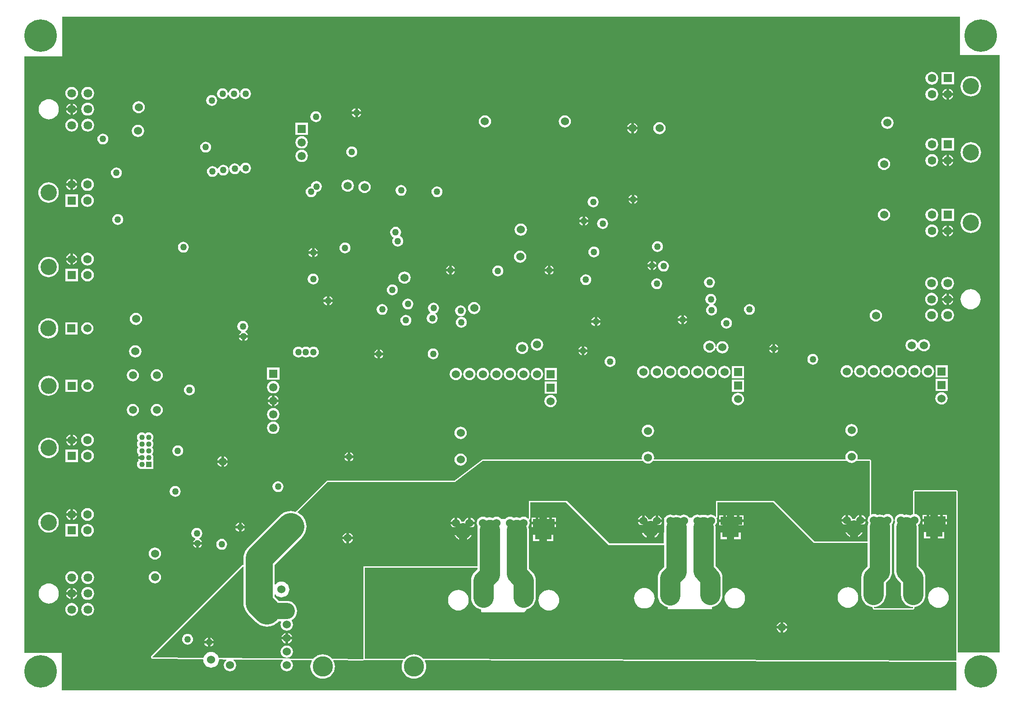
<source format=gbr>
%TF.GenerationSoftware,Altium Limited,Altium Designer,20.1.14 (287)*%
G04 Layer_Physical_Order=3*
G04 Layer_Color=16440176*
%FSLAX25Y25*%
%MOIN*%
%TF.SameCoordinates,420D9B4C-C7A0-47ED-81AF-82C992674030*%
%TF.FilePolarity,Positive*%
%TF.FileFunction,Copper,L3,Inr,Signal*%
%TF.Part,Single*%
G01*
G75*
%TA.AperFunction,Conductor*%
%ADD27C,0.15000*%
%ADD35C,0.12000*%
%ADD36C,0.20000*%
%TA.AperFunction,ComponentPad*%
%ADD37C,0.12008*%
%ADD38C,0.06319*%
%ADD39R,0.06319X0.06319*%
%ADD40C,0.05000*%
%ADD41C,0.06000*%
%ADD42R,0.12000X0.12000*%
%ADD43C,0.12000*%
%ADD44R,0.06000X0.06000*%
%ADD45O,0.09900X0.26300*%
%ADD46C,0.15000*%
%ADD47C,0.10984*%
%ADD48C,0.06417*%
%ADD49C,0.05898*%
%ADD50R,0.06024X0.06024*%
%ADD51C,0.06024*%
%ADD52C,0.11811*%
%ADD53C,0.04000*%
%ADD54R,0.04000X0.04000*%
%ADD55C,0.06102*%
%ADD56R,0.06102X0.06102*%
%TA.AperFunction,ViaPad*%
%ADD57C,0.05000*%
%ADD58C,0.24000*%
G36*
X628000Y130070D02*
X627791Y129909D01*
X627069Y128969D01*
X626616Y127875D01*
X626461Y126700D01*
X626616Y125525D01*
X626889Y124865D01*
X626489Y123548D01*
X626316Y121783D01*
Y111000D01*
X587000D01*
X569500Y128500D01*
X557000Y141000D01*
X514869Y141000D01*
X514500Y141000D01*
X514407Y140907D01*
X514407Y140538D01*
Y129278D01*
X513934Y129117D01*
X513709Y129409D01*
X512769Y130131D01*
X511675Y130584D01*
X510500Y130739D01*
X509325Y130584D01*
X508231Y130131D01*
X508167Y130082D01*
X506624Y130550D01*
X504859Y130724D01*
X503095Y130550D01*
X502322Y130316D01*
X501675Y130584D01*
X500500Y130739D01*
X499325Y130584D01*
X498231Y130131D01*
X497291Y129409D01*
X496593Y128500D01*
X494407D01*
X493709Y129409D01*
X492769Y130131D01*
X491675Y130584D01*
X490500Y130739D01*
X489325Y130584D01*
X488231Y130131D01*
X488018Y129968D01*
X486623Y130391D01*
X484859Y130564D01*
X483095Y130391D01*
X482545Y130224D01*
X481675Y130584D01*
X480500Y130739D01*
X479325Y130584D01*
X478231Y130131D01*
X477291Y129409D01*
X476593Y128500D01*
X476000D01*
Y126495D01*
X475961Y126200D01*
X476000Y125905D01*
Y123320D01*
X475989Y123285D01*
X475816Y121521D01*
Y117903D01*
X475600Y117500D01*
Y109500D01*
X435500Y109500D01*
X417500Y127500D01*
X404000Y141000D01*
X376000D01*
Y128181D01*
X375736Y127930D01*
X375209Y127909D01*
X374269Y128631D01*
X373175Y129084D01*
X372000Y129239D01*
X370825Y129084D01*
X369731Y128631D01*
X369389Y128369D01*
X368623Y128601D01*
X366859Y128775D01*
X365095Y128601D01*
X364531Y128430D01*
X364269Y128631D01*
X363175Y129084D01*
X362000Y129239D01*
X360825Y129084D01*
X359731Y128631D01*
X358791Y127909D01*
X358476Y127500D01*
X355524Y127500D01*
X355209Y127909D01*
X354269Y128631D01*
X353175Y129084D01*
X352000Y129239D01*
X350825Y129084D01*
X349731Y128631D01*
X349359Y128345D01*
X348623Y128568D01*
X346859Y128742D01*
X345095Y128568D01*
X344562Y128407D01*
X344269Y128631D01*
X343175Y129084D01*
X342000Y129239D01*
X340825Y129084D01*
X339731Y128631D01*
X338791Y127909D01*
X338476Y127500D01*
X338000D01*
Y126802D01*
X337616Y125875D01*
X337461Y124700D01*
X337616Y123525D01*
X338000Y122598D01*
Y121498D01*
X337989Y121463D01*
X337816Y119699D01*
Y92500D01*
X253500D01*
Y24355D01*
X253145Y24003D01*
X230489Y24170D01*
X229895Y24895D01*
X228524Y26019D01*
X226961Y26855D01*
X225264Y27370D01*
X223500Y27544D01*
X221736Y27370D01*
X220039Y26855D01*
X218476Y26019D01*
X217105Y24895D01*
X216595Y24273D01*
X146669Y24791D01*
X146384Y25730D01*
X145846Y26738D01*
X145121Y27621D01*
X144238Y28346D01*
X143230Y28884D01*
X142137Y29216D01*
X141000Y29328D01*
X139863Y29216D01*
X138770Y28884D01*
X137762Y28346D01*
X136879Y27621D01*
X136154Y26738D01*
X135616Y25730D01*
X135356Y24875D01*
X97806Y25153D01*
X97616Y25616D01*
X164503Y92502D01*
X164964Y92311D01*
Y65358D01*
X165106Y63553D01*
X165529Y61793D01*
X166222Y60121D01*
X167167Y58577D01*
X168343Y57201D01*
X174201Y51343D01*
X175577Y50168D01*
X177121Y49222D01*
X178793Y48529D01*
X180553Y48107D01*
X182358Y47964D01*
X184162Y48107D01*
X185923Y48529D01*
X187595Y49222D01*
X189138Y50168D01*
X190515Y51343D01*
X191045Y51964D01*
X192610D01*
X192943Y51464D01*
X192616Y50675D01*
X192461Y49500D01*
X192616Y48325D01*
X193069Y47231D01*
X193791Y46291D01*
X194731Y45569D01*
X195825Y45116D01*
X197000Y44961D01*
X198175Y45116D01*
X199269Y45569D01*
X200209Y46291D01*
X200931Y47231D01*
X201384Y48325D01*
X201539Y49500D01*
X201384Y50675D01*
X200931Y51769D01*
X200517Y52309D01*
X200655Y52950D01*
X201187Y53234D01*
X202329Y54171D01*
X203266Y55313D01*
X203963Y56616D01*
X204392Y58030D01*
X204536Y59500D01*
X204392Y60970D01*
X203963Y62384D01*
X203266Y63687D01*
X202329Y64829D01*
X201187Y65766D01*
X199884Y66463D01*
X198470Y66891D01*
X197000Y67036D01*
X191045D01*
X190515Y67657D01*
X188036Y70136D01*
Y71618D01*
X188536Y71797D01*
X188879Y71379D01*
X189762Y70654D01*
X190770Y70116D01*
X191863Y69784D01*
X193000Y69672D01*
X194137Y69784D01*
X195230Y70116D01*
X196238Y70654D01*
X197121Y71379D01*
X197846Y72262D01*
X198384Y73270D01*
X198716Y74363D01*
X198828Y75500D01*
X198716Y76637D01*
X198384Y77730D01*
X197846Y78738D01*
X197121Y79621D01*
X196238Y80346D01*
X195230Y80884D01*
X194137Y81216D01*
X193000Y81328D01*
X191863Y81216D01*
X190770Y80884D01*
X189762Y80346D01*
X188879Y79621D01*
X188536Y79203D01*
X188036Y79382D01*
Y93722D01*
X208157Y113843D01*
X209332Y115220D01*
X210278Y116763D01*
X210971Y118435D01*
X211393Y120195D01*
X211536Y122000D01*
X211393Y123805D01*
X210971Y125565D01*
X210278Y127237D01*
X209332Y128780D01*
X208157Y130157D01*
X206780Y131333D01*
X205237Y132278D01*
X204975Y132387D01*
X204877Y132877D01*
X227000Y155000D01*
X321440Y155000D01*
X341900Y170500D01*
X460246D01*
X460791Y169791D01*
X461731Y169069D01*
X462825Y168616D01*
X464000Y168461D01*
X465175Y168616D01*
X466269Y169069D01*
X467209Y169791D01*
X467754Y170500D01*
X611130D01*
X611291Y170291D01*
X612231Y169569D01*
X613325Y169116D01*
X614500Y168961D01*
X615675Y169116D01*
X616769Y169569D01*
X617709Y170291D01*
X617870Y170500D01*
X628000D01*
X628000Y130070D01*
D02*
G37*
G36*
X692000Y23206D02*
X691646Y22853D01*
X297951Y24217D01*
X297395Y24895D01*
X296024Y26019D01*
X294461Y26855D01*
X292764Y27370D01*
X291000Y27544D01*
X289236Y27370D01*
X287539Y26855D01*
X285976Y26019D01*
X284605Y24895D01*
X284088Y24265D01*
X254520Y24367D01*
Y91480D01*
X337816D01*
Y90352D01*
X335876Y88413D01*
X334752Y87042D01*
X333916Y85479D01*
X333401Y83783D01*
X333227Y82018D01*
X333227Y82018D01*
Y69498D01*
X333401Y67734D01*
X333916Y66038D01*
X334752Y64474D01*
X335876Y63104D01*
X337247Y61979D01*
X338810Y61143D01*
X340507Y60629D01*
X340600Y60619D01*
Y59367D01*
X340864Y58731D01*
X340907Y58687D01*
X341544Y58424D01*
X372000D01*
X372636Y58687D01*
X374136Y60187D01*
X374400Y60824D01*
Y60837D01*
X375520Y61176D01*
X377083Y62012D01*
X378454Y63137D01*
X379579Y64507D01*
X380414Y66071D01*
X380929Y67767D01*
X381103Y69532D01*
Y82051D01*
X381103Y82051D01*
X380929Y83815D01*
X380414Y85512D01*
X379579Y87076D01*
X378454Y88446D01*
X375903Y90997D01*
Y119731D01*
X375729Y121496D01*
X375583Y121977D01*
X375931Y122431D01*
X376384Y123525D01*
X376539Y124700D01*
X376384Y125875D01*
X376135Y126477D01*
X376124Y126642D01*
X376163Y127004D01*
X376298Y127102D01*
X376439Y127191D01*
X376702Y127441D01*
X376710Y127452D01*
X376721Y127460D01*
X376824Y127614D01*
X376932Y127766D01*
X376935Y127779D01*
X376942Y127790D01*
X376978Y127973D01*
X377019Y128154D01*
X377017Y128167D01*
X377020Y128181D01*
Y139980D01*
X403387D01*
X435000Y108367D01*
X475816Y108367D01*
Y92175D01*
X473876Y90235D01*
X472752Y88865D01*
X471916Y87301D01*
X471401Y85605D01*
X471228Y83841D01*
X471228Y83840D01*
Y71321D01*
X471401Y69557D01*
X471916Y67860D01*
X472752Y66296D01*
X473876Y64926D01*
X475247Y63801D01*
X476810Y62966D01*
X478507Y62451D01*
X478600Y62442D01*
Y61324D01*
X478789Y60867D01*
X511400D01*
Y62569D01*
X511824Y62611D01*
X513520Y63125D01*
X515084Y63961D01*
X516454Y65086D01*
X517579Y66456D01*
X518414Y68020D01*
X518929Y69716D01*
X519103Y71481D01*
Y84000D01*
X519103Y84000D01*
X518929Y85765D01*
X518414Y87461D01*
X517579Y89025D01*
X516454Y90395D01*
X513903Y92946D01*
Y121681D01*
X513766Y123065D01*
X514431Y123931D01*
X514884Y125025D01*
X515039Y126200D01*
X514884Y127375D01*
X514677Y127876D01*
X514797Y128336D01*
X514936Y128428D01*
X515079Y128511D01*
X515100Y128538D01*
X515128Y128557D01*
X515221Y128695D01*
X515322Y128827D01*
X515331Y128859D01*
X515349Y128888D01*
X515382Y129051D01*
X515425Y129211D01*
X515420Y129245D01*
X515427Y129278D01*
Y139980D01*
X556578Y139980D01*
X568779Y127779D01*
X586279Y110279D01*
X586610Y110058D01*
X587000Y109980D01*
X605387D01*
X605500Y109867D01*
X626316Y109867D01*
Y92437D01*
X624376Y90498D01*
X623252Y89127D01*
X622416Y87564D01*
X621901Y85868D01*
X621728Y84103D01*
X621728Y84103D01*
Y71583D01*
X621901Y69819D01*
X622416Y68123D01*
X623252Y66559D01*
X624376Y65189D01*
X625747Y64064D01*
X627310Y63228D01*
X629007Y62714D01*
X630100Y62606D01*
Y61812D01*
X630364Y61176D01*
X630852Y60687D01*
X631488Y60424D01*
X660000D01*
X660900Y61324D01*
Y62544D01*
X661824Y62635D01*
X663520Y63149D01*
X665084Y63985D01*
X666454Y65110D01*
X667579Y66480D01*
X668414Y68044D01*
X668929Y69740D01*
X669103Y71504D01*
Y84024D01*
X669103Y84024D01*
X668929Y85788D01*
X668414Y87485D01*
X667579Y89048D01*
X666454Y90419D01*
X663903Y92970D01*
Y121704D01*
X663761Y123146D01*
X664209Y123491D01*
X664931Y124431D01*
X665384Y125525D01*
X665539Y126700D01*
X665384Y127875D01*
X664931Y128969D01*
X664209Y129909D01*
X663269Y130631D01*
X662175Y131084D01*
X661000Y131239D01*
X660900Y131326D01*
Y148000D01*
X692000Y148000D01*
X692000Y23206D01*
D02*
G37*
G36*
X694500Y498980D02*
Y471500D01*
Y470500D01*
X723980D01*
X723980Y29000D01*
X693020Y29000D01*
X693020Y148000D01*
X692942Y148390D01*
X692721Y148721D01*
X692390Y148942D01*
X692000Y149020D01*
X660900Y149020D01*
X660510Y148942D01*
X660179Y148721D01*
X659958Y148390D01*
X659880Y148000D01*
Y131327D01*
X659825Y131084D01*
X658731Y130631D01*
X658081Y130132D01*
X656624Y130574D01*
X654859Y130748D01*
X653315Y130596D01*
X653269Y130631D01*
X652175Y131084D01*
X651000Y131239D01*
X649825Y131084D01*
X648731Y130631D01*
X647791Y129909D01*
X647069Y128969D01*
X646616Y127875D01*
X646461Y126700D01*
X646616Y125525D01*
X646651Y125440D01*
X646504Y125165D01*
X645989Y123469D01*
X645816Y121704D01*
Y89224D01*
X645816Y89224D01*
X645989Y87460D01*
X646504Y85763D01*
X647340Y84200D01*
X648464Y82829D01*
X651016Y80278D01*
Y71504D01*
X651189Y69740D01*
X651704Y68044D01*
X652540Y66480D01*
X653664Y65110D01*
X655035Y63985D01*
X656598Y63149D01*
X658295Y62635D01*
X659880Y62479D01*
Y61746D01*
X659578Y61443D01*
X631691D01*
X631429Y61552D01*
X631228Y61753D01*
X631120Y62015D01*
Y62574D01*
X632535Y62714D01*
X634232Y63228D01*
X635795Y64064D01*
X637166Y65189D01*
X638291Y66559D01*
X639126Y68123D01*
X639641Y69819D01*
X639815Y71583D01*
Y80357D01*
X641754Y82297D01*
X641754Y82297D01*
X642879Y83667D01*
X643714Y85231D01*
X644229Y86927D01*
X644403Y88691D01*
X644403Y88692D01*
Y121783D01*
X644232Y123520D01*
X644931Y124431D01*
X645384Y125525D01*
X645539Y126700D01*
X645384Y127875D01*
X644931Y128969D01*
X644209Y129909D01*
X643269Y130631D01*
X642175Y131084D01*
X641000Y131239D01*
X639825Y131084D01*
X638731Y130631D01*
X638296Y130298D01*
X637123Y130653D01*
X635359Y130827D01*
X633595Y130653D01*
X633341Y130576D01*
X633269Y130631D01*
X632175Y131084D01*
X631000Y131239D01*
X629825Y131084D01*
X629435Y130923D01*
X629020Y131200D01*
X629020Y170500D01*
X628942Y170890D01*
X628721Y171221D01*
X628390Y171442D01*
X628000Y171520D01*
X619000D01*
X618723Y171935D01*
X618884Y172325D01*
X619039Y173500D01*
X618884Y174675D01*
X618431Y175769D01*
X617709Y176709D01*
X616769Y177431D01*
X615675Y177884D01*
X614500Y178039D01*
X613325Y177884D01*
X612231Y177431D01*
X611291Y176709D01*
X610569Y175769D01*
X610116Y174675D01*
X609961Y173500D01*
X610116Y172325D01*
X610277Y171935D01*
X610000Y171520D01*
X468741D01*
X468410Y172020D01*
X468539Y173000D01*
X468384Y174175D01*
X467931Y175269D01*
X467209Y176209D01*
X466269Y176931D01*
X465175Y177384D01*
X464000Y177539D01*
X462825Y177384D01*
X461731Y176931D01*
X460791Y176209D01*
X460069Y175269D01*
X459616Y174175D01*
X459461Y173000D01*
X459590Y172020D01*
X459259Y171520D01*
X341900D01*
X341772Y171494D01*
X341642Y171486D01*
X341579Y171456D01*
X341510Y171442D01*
X341402Y171370D01*
X341284Y171313D01*
X321097Y156020D01*
X227000Y156020D01*
X226610Y155942D01*
X226279Y155721D01*
X204156Y133598D01*
X204100Y133515D01*
X204029Y133444D01*
X203991Y133351D01*
X203935Y133267D01*
X203556Y133037D01*
X203379Y133016D01*
X203376Y133016D01*
X201805Y133394D01*
X200000Y133536D01*
X198195Y133394D01*
X196435Y132971D01*
X194763Y132278D01*
X193220Y131333D01*
X191843Y130157D01*
X168343Y106657D01*
X167167Y105280D01*
X166222Y103737D01*
X165529Y102065D01*
X165106Y100305D01*
X164964Y98500D01*
Y93940D01*
X164799Y93720D01*
X164503Y93522D01*
X164112Y93445D01*
X163781Y93224D01*
X96895Y26337D01*
X96785Y26173D01*
X96675Y26010D01*
X96675Y26008D01*
X96674Y26006D01*
X96635Y25813D01*
X96596Y25620D01*
X96597Y25618D01*
X96596Y25616D01*
X96635Y25423D01*
X96672Y25229D01*
X96862Y24767D01*
X96972Y24601D01*
X97079Y24438D01*
X97081Y24437D01*
X97082Y24435D01*
X97246Y24325D01*
X97408Y24214D01*
X97410Y24214D01*
X97412Y24213D01*
X97606Y24173D01*
X97798Y24134D01*
X134849Y23859D01*
X135172Y23500D01*
X135284Y22363D01*
X135616Y21270D01*
X136154Y20262D01*
X136879Y19379D01*
X137762Y18654D01*
X138770Y18116D01*
X139863Y17784D01*
X141000Y17672D01*
X142137Y17784D01*
X143230Y18116D01*
X144238Y18654D01*
X145121Y19379D01*
X145846Y20262D01*
X146384Y21270D01*
X146716Y22363D01*
X146828Y23500D01*
X147073Y23769D01*
X152299Y23730D01*
X152467Y23229D01*
X151791Y22709D01*
X151069Y21769D01*
X150616Y20675D01*
X150461Y19500D01*
X150616Y18325D01*
X151069Y17231D01*
X151791Y16291D01*
X152731Y15569D01*
X153825Y15116D01*
X155000Y14961D01*
X156175Y15116D01*
X157269Y15569D01*
X158209Y16291D01*
X158931Y17231D01*
X159384Y18325D01*
X159539Y19500D01*
X159384Y20675D01*
X158931Y21769D01*
X158209Y22709D01*
X157582Y23191D01*
X157753Y23690D01*
X193942Y23422D01*
X194101Y22948D01*
X193791Y22709D01*
X193069Y21769D01*
X192616Y20675D01*
X192461Y19500D01*
X192616Y18325D01*
X193069Y17231D01*
X193791Y16291D01*
X194731Y15569D01*
X195825Y15116D01*
X197000Y14961D01*
X198175Y15116D01*
X199269Y15569D01*
X200209Y16291D01*
X200931Y17231D01*
X201384Y18325D01*
X201539Y19500D01*
X201384Y20675D01*
X200931Y21769D01*
X200209Y22709D01*
X199957Y22903D01*
X200120Y23376D01*
X215356Y23263D01*
X215611Y22833D01*
X215145Y21961D01*
X214630Y20264D01*
X214456Y18500D01*
X214630Y16736D01*
X215145Y15039D01*
X215981Y13476D01*
X217105Y12105D01*
X218476Y10981D01*
X220039Y10145D01*
X221736Y9630D01*
X223500Y9456D01*
X225264Y9630D01*
X226961Y10145D01*
X228524Y10981D01*
X229895Y12105D01*
X231019Y13476D01*
X231855Y15039D01*
X232370Y16736D01*
X232544Y18500D01*
X232370Y20264D01*
X231855Y21961D01*
X231453Y22714D01*
X231711Y23142D01*
X253138Y22983D01*
X253139Y22983D01*
X253141Y22983D01*
X253335Y23021D01*
X253528Y23058D01*
X253530Y23059D01*
X253532Y23059D01*
X253696Y23168D01*
X253861Y23276D01*
X253862Y23278D01*
X253863Y23279D01*
X254058Y23472D01*
X254126Y23427D01*
X254128Y23426D01*
X254129Y23425D01*
X254324Y23386D01*
X254516Y23348D01*
X282848Y23249D01*
X283104Y22820D01*
X282645Y21961D01*
X282130Y20264D01*
X281956Y18500D01*
X282130Y16736D01*
X282645Y15039D01*
X283481Y13476D01*
X284605Y12105D01*
X285976Y10981D01*
X287539Y10145D01*
X289236Y9630D01*
X291000Y9456D01*
X292764Y9630D01*
X294461Y10145D01*
X296024Y10981D01*
X297395Y12105D01*
X298519Y13476D01*
X299355Y15039D01*
X299870Y16736D01*
X300044Y18500D01*
X299870Y20264D01*
X299355Y21961D01*
X298926Y22764D01*
X299183Y23193D01*
X691642Y21833D01*
X691650Y21826D01*
X692000Y21425D01*
X692000Y1020D01*
X30854D01*
X30500Y1373D01*
X30503Y28420D01*
X15411Y28509D01*
X15000Y28542D01*
X14647Y28514D01*
X3000Y28583D01*
X3000Y469000D01*
Y469500D01*
X31000D01*
Y498980D01*
X694500Y498980D01*
D02*
G37*
%LPC*%
G36*
X622000Y130603D02*
Y127700D01*
X624903D01*
X624897Y127744D01*
X624494Y128717D01*
X623853Y129553D01*
X623017Y130194D01*
X622044Y130597D01*
X622000Y130603D01*
D02*
G37*
G36*
X610000D02*
X609956Y130597D01*
X608983Y130194D01*
X608147Y129553D01*
X607506Y128717D01*
X607103Y127744D01*
X607097Y127700D01*
X610000D01*
Y130603D01*
D02*
G37*
G36*
X471500Y130103D02*
Y127200D01*
X474403D01*
X474397Y127244D01*
X473994Y128217D01*
X473353Y129053D01*
X472517Y129694D01*
X471544Y130097D01*
X471500Y130103D01*
D02*
G37*
G36*
X459500D02*
X459456Y130097D01*
X458483Y129694D01*
X457647Y129053D01*
X457006Y128217D01*
X456603Y127244D01*
X456597Y127200D01*
X459500D01*
Y130103D01*
D02*
G37*
G36*
X333000Y128603D02*
Y125700D01*
X335903D01*
X335897Y125744D01*
X335494Y126717D01*
X334853Y127553D01*
X334017Y128194D01*
X333044Y128597D01*
X333000Y128603D01*
D02*
G37*
G36*
X321000D02*
X320956Y128597D01*
X319983Y128194D01*
X319147Y127553D01*
X318506Y126717D01*
X318103Y125744D01*
X318097Y125700D01*
X321000D01*
Y128603D01*
D02*
G37*
G36*
X612000Y130603D02*
Y126700D01*
X611000D01*
Y125700D01*
X607097D01*
X607103Y125656D01*
X607506Y124683D01*
X608147Y123847D01*
X608339Y123700D01*
X616400D01*
X623661D01*
X623853Y123847D01*
X624494Y124683D01*
X624897Y125656D01*
X624903Y125700D01*
X621000D01*
Y126700D01*
X620000D01*
Y130603D01*
X619956Y130597D01*
X618983Y130194D01*
X618147Y129553D01*
X617506Y128717D01*
X617103Y127744D01*
X617093Y127666D01*
X616400Y127734D01*
X615028Y127599D01*
X614906Y127677D01*
X614897Y127744D01*
X614494Y128717D01*
X613853Y129553D01*
X613017Y130194D01*
X612044Y130597D01*
X612000Y130603D01*
D02*
G37*
G36*
X461500Y130103D02*
Y126200D01*
X460500D01*
Y125200D01*
X456597D01*
X456603Y125156D01*
X457006Y124183D01*
X457647Y123347D01*
X457839Y123200D01*
X465900D01*
X473161D01*
X473353Y123347D01*
X473994Y124183D01*
X474397Y125156D01*
X474403Y125200D01*
X470500D01*
Y126200D01*
X469500D01*
Y130103D01*
X469456Y130097D01*
X468483Y129694D01*
X467647Y129053D01*
X467006Y128217D01*
X466603Y127244D01*
X466593Y127166D01*
X465900Y127234D01*
X464528Y127099D01*
X464406Y127177D01*
X464397Y127244D01*
X463994Y128217D01*
X463353Y129053D01*
X462517Y129694D01*
X461544Y130097D01*
X461500Y130103D01*
D02*
G37*
G36*
X323000Y128603D02*
Y124700D01*
X322000D01*
Y123700D01*
X318097D01*
X318103Y123656D01*
X318506Y122683D01*
X319147Y121847D01*
X319339Y121700D01*
X327400D01*
X334661D01*
X334853Y121847D01*
X335494Y122683D01*
X335897Y123656D01*
X335903Y123700D01*
X332000D01*
Y124700D01*
X331000D01*
Y128603D01*
X330956Y128597D01*
X329983Y128194D01*
X329147Y127553D01*
X328506Y126717D01*
X328103Y125744D01*
X328093Y125666D01*
X327400Y125734D01*
X326028Y125599D01*
X325906Y125677D01*
X325897Y125744D01*
X325494Y126717D01*
X324853Y127553D01*
X324017Y128194D01*
X323044Y128597D01*
X323000Y128603D01*
D02*
G37*
G36*
X243000Y117403D02*
Y114500D01*
X245903D01*
X245897Y114544D01*
X245494Y115517D01*
X244853Y116353D01*
X244017Y116994D01*
X243044Y117397D01*
X243000Y117403D01*
D02*
G37*
G36*
X241000D02*
X240956Y117397D01*
X239983Y116994D01*
X239147Y116353D01*
X238506Y115517D01*
X238103Y114544D01*
X238097Y114500D01*
X241000D01*
Y117403D01*
D02*
G37*
G36*
X622734Y117700D02*
X619400D01*
Y114366D01*
X620308Y114851D01*
X621374Y115726D01*
X622248Y116792D01*
X622734Y117700D01*
D02*
G37*
G36*
X613400D02*
X610066D01*
X610552Y116792D01*
X611426Y115726D01*
X612492Y114851D01*
X613400Y114366D01*
Y117700D01*
D02*
G37*
G36*
X472234Y117200D02*
X468900D01*
Y113866D01*
X469808Y114351D01*
X470874Y115226D01*
X471748Y116292D01*
X472234Y117200D01*
D02*
G37*
G36*
X462900D02*
X459566D01*
X460052Y116292D01*
X460926Y115226D01*
X461992Y114351D01*
X462900Y113866D01*
Y117200D01*
D02*
G37*
G36*
X333734Y115700D02*
X330400D01*
Y112366D01*
X331308Y112852D01*
X332374Y113726D01*
X333248Y114792D01*
X333734Y115700D01*
D02*
G37*
G36*
X324400D02*
X321066D01*
X321551Y114792D01*
X322426Y113726D01*
X323492Y112852D01*
X324400Y112366D01*
Y115700D01*
D02*
G37*
G36*
X245903Y112500D02*
X243000D01*
Y109597D01*
X243044Y109603D01*
X244017Y110006D01*
X244853Y110647D01*
X245494Y111483D01*
X245897Y112456D01*
X245903Y112500D01*
D02*
G37*
G36*
X241000D02*
X238097D01*
X238103Y112456D01*
X238506Y111483D01*
X239147Y110647D01*
X239983Y110006D01*
X240956Y109603D01*
X241000Y109597D01*
Y112500D01*
D02*
G37*
G36*
X198000Y43403D02*
Y40500D01*
X200903D01*
X200897Y40544D01*
X200494Y41517D01*
X199853Y42353D01*
X199017Y42994D01*
X198044Y43397D01*
X198000Y43403D01*
D02*
G37*
G36*
X196000D02*
X195956Y43397D01*
X194983Y42994D01*
X194147Y42353D01*
X193506Y41517D01*
X193103Y40544D01*
X193097Y40500D01*
X196000D01*
Y43403D01*
D02*
G37*
G36*
X140500Y39874D02*
Y37500D01*
X142874D01*
X142557Y38265D01*
X141996Y38996D01*
X141265Y39557D01*
X140500Y39874D01*
D02*
G37*
G36*
X138500D02*
X137735Y39557D01*
X137004Y38996D01*
X136443Y38265D01*
X136126Y37500D01*
X138500D01*
Y39874D01*
D02*
G37*
G36*
X200903Y38500D02*
X198000D01*
Y35597D01*
X198044Y35603D01*
X199017Y36006D01*
X199853Y36647D01*
X200494Y37483D01*
X200897Y38456D01*
X200903Y38500D01*
D02*
G37*
G36*
X196000D02*
X193097D01*
X193103Y38456D01*
X193506Y37483D01*
X194147Y36647D01*
X194983Y36006D01*
X195956Y35603D01*
X196000Y35597D01*
Y38500D01*
D02*
G37*
G36*
X123634Y42668D02*
X122590Y42531D01*
X121617Y42128D01*
X120781Y41487D01*
X120140Y40651D01*
X119737Y39678D01*
X119599Y38634D01*
X119737Y37590D01*
X120140Y36617D01*
X120781Y35781D01*
X121617Y35140D01*
X122590Y34737D01*
X123634Y34599D01*
X124678Y34737D01*
X125651Y35140D01*
X126487Y35781D01*
X127128Y36617D01*
X127531Y37590D01*
X127668Y38634D01*
X127531Y39678D01*
X127128Y40651D01*
X126487Y41487D01*
X125651Y42128D01*
X124678Y42531D01*
X123634Y42668D01*
D02*
G37*
G36*
X142874Y35500D02*
X140500D01*
Y33126D01*
X141265Y33443D01*
X141996Y34004D01*
X142557Y34735D01*
X142874Y35500D01*
D02*
G37*
G36*
X138500D02*
X136126D01*
X136443Y34735D01*
X137004Y34004D01*
X137735Y33443D01*
X138500Y33126D01*
Y35500D01*
D02*
G37*
G36*
X197000Y34039D02*
X195825Y33884D01*
X194731Y33431D01*
X193791Y32709D01*
X193069Y31769D01*
X192616Y30675D01*
X192461Y29500D01*
X192616Y28325D01*
X193069Y27231D01*
X193791Y26291D01*
X194731Y25569D01*
X195825Y25116D01*
X197000Y24961D01*
X198175Y25116D01*
X199269Y25569D01*
X200209Y26291D01*
X200931Y27231D01*
X201384Y28325D01*
X201539Y29500D01*
X201384Y30675D01*
X200931Y31769D01*
X200209Y32709D01*
X199269Y33431D01*
X198175Y33884D01*
X197000Y34039D01*
D02*
G37*
G36*
X685000Y130700D02*
X682000D01*
Y127700D01*
X685000D01*
Y130700D01*
D02*
G37*
G36*
X670000D02*
X667000D01*
Y127700D01*
X670000D01*
Y130700D01*
D02*
G37*
G36*
X534500Y130200D02*
X531500D01*
Y127200D01*
X534500D01*
Y130200D01*
D02*
G37*
G36*
X519500D02*
X516500D01*
Y127200D01*
X519500D01*
Y130200D01*
D02*
G37*
G36*
X396000Y128700D02*
X393000D01*
Y125700D01*
X396000D01*
Y128700D01*
D02*
G37*
G36*
X381000D02*
X378000D01*
Y125700D01*
X381000D01*
Y128700D01*
D02*
G37*
G36*
X680000Y130700D02*
X678250D01*
Y123450D01*
X685000D01*
Y125700D01*
X681000D01*
Y126700D01*
X680000D01*
Y130700D01*
D02*
G37*
G36*
X672750D02*
X672000D01*
Y126700D01*
X671000D01*
Y125700D01*
X667000D01*
Y123450D01*
X672750D01*
Y130700D01*
D02*
G37*
G36*
X529500Y130200D02*
X527750D01*
Y122950D01*
X534500D01*
Y125200D01*
X530500D01*
Y126200D01*
X529500D01*
Y130200D01*
D02*
G37*
G36*
X522250D02*
X521500D01*
Y126200D01*
X520500D01*
Y125200D01*
X516500D01*
Y122950D01*
X522250D01*
Y130200D01*
D02*
G37*
G36*
X391000Y128700D02*
X389250D01*
Y121450D01*
X396000D01*
Y123700D01*
X392000D01*
Y124700D01*
X391000D01*
Y128700D01*
D02*
G37*
G36*
X383750D02*
X383000D01*
Y124700D01*
X382000D01*
Y123700D01*
X378000D01*
Y121450D01*
X383750D01*
Y128700D01*
D02*
G37*
G36*
X683000Y117950D02*
X678250D01*
Y113200D01*
X683000D01*
Y117950D01*
D02*
G37*
G36*
X672750D02*
X668000D01*
Y113200D01*
X672750D01*
Y117950D01*
D02*
G37*
G36*
X532500Y117450D02*
X527750D01*
Y112700D01*
X532500D01*
Y117450D01*
D02*
G37*
G36*
X522250D02*
X517500D01*
Y112700D01*
X522250D01*
Y117450D01*
D02*
G37*
G36*
X394000Y115950D02*
X389250D01*
Y111200D01*
X394000D01*
Y115950D01*
D02*
G37*
G36*
X383750D02*
X379000D01*
Y111200D01*
X383750D01*
Y115950D01*
D02*
G37*
G36*
X678701Y77115D02*
X677218Y76969D01*
X675793Y76537D01*
X674479Y75835D01*
X673327Y74889D01*
X672382Y73738D01*
X671680Y72424D01*
X671247Y70998D01*
X671101Y69516D01*
X671247Y68033D01*
X671680Y66607D01*
X672382Y65294D01*
X673327Y64142D01*
X674479Y63197D01*
X675793Y62495D01*
X677218Y62062D01*
X678701Y61916D01*
X680183Y62062D01*
X681609Y62495D01*
X682923Y63197D01*
X684074Y64142D01*
X685020Y65294D01*
X685722Y66607D01*
X686154Y68033D01*
X686300Y69516D01*
X686154Y70998D01*
X685722Y72424D01*
X685020Y73738D01*
X684074Y74889D01*
X682923Y75835D01*
X681609Y76537D01*
X680183Y76969D01*
X678701Y77115D01*
D02*
G37*
G36*
X611811D02*
X610328Y76969D01*
X608903Y76537D01*
X607589Y75835D01*
X606437Y74889D01*
X605492Y73738D01*
X604790Y72424D01*
X604357Y70998D01*
X604211Y69516D01*
X604357Y68033D01*
X604790Y66607D01*
X605492Y65294D01*
X606437Y64142D01*
X607589Y63197D01*
X608903Y62495D01*
X610328Y62062D01*
X611811Y61916D01*
X613294Y62062D01*
X614719Y62495D01*
X616033Y63197D01*
X617185Y64142D01*
X618130Y65294D01*
X618832Y66607D01*
X619265Y68033D01*
X619411Y69516D01*
X619265Y70998D01*
X618832Y72424D01*
X618130Y73738D01*
X617185Y74889D01*
X616033Y75835D01*
X614719Y76537D01*
X613294Y76969D01*
X611811Y77115D01*
D02*
G37*
G36*
X528189Y76615D02*
X526706Y76469D01*
X525281Y76037D01*
X523967Y75335D01*
X522815Y74389D01*
X521870Y73238D01*
X521168Y71924D01*
X520735Y70498D01*
X520589Y69016D01*
X520735Y67533D01*
X521168Y66107D01*
X521870Y64794D01*
X522815Y63642D01*
X523967Y62697D01*
X525281Y61995D01*
X526706Y61562D01*
X528189Y61416D01*
X529672Y61562D01*
X531097Y61995D01*
X532411Y62697D01*
X533563Y63642D01*
X534508Y64794D01*
X535210Y66107D01*
X535642Y67533D01*
X535789Y69016D01*
X535642Y70498D01*
X535210Y71924D01*
X534508Y73238D01*
X533563Y74389D01*
X532411Y75335D01*
X531097Y76037D01*
X529672Y76469D01*
X528189Y76615D01*
D02*
G37*
G36*
X461299D02*
X459817Y76469D01*
X458391Y76037D01*
X457077Y75335D01*
X455926Y74389D01*
X454980Y73238D01*
X454278Y71924D01*
X453846Y70498D01*
X453700Y69016D01*
X453846Y67533D01*
X454278Y66107D01*
X454980Y64794D01*
X455926Y63642D01*
X457077Y62697D01*
X458391Y61995D01*
X459817Y61562D01*
X461299Y61416D01*
X462782Y61562D01*
X464207Y61995D01*
X465521Y62697D01*
X466673Y63642D01*
X467618Y64794D01*
X468320Y66107D01*
X468753Y67533D01*
X468899Y69016D01*
X468753Y70498D01*
X468320Y71924D01*
X467618Y73238D01*
X466673Y74389D01*
X465521Y75335D01*
X464207Y76037D01*
X462782Y76469D01*
X461299Y76615D01*
D02*
G37*
G36*
X390701Y75115D02*
X389218Y74969D01*
X387793Y74537D01*
X386479Y73835D01*
X385327Y72890D01*
X384382Y71738D01*
X383680Y70424D01*
X383247Y68998D01*
X383101Y67516D01*
X383247Y66033D01*
X383680Y64608D01*
X384382Y63294D01*
X385327Y62142D01*
X386479Y61197D01*
X387793Y60495D01*
X389218Y60062D01*
X390701Y59916D01*
X392183Y60062D01*
X393609Y60495D01*
X394923Y61197D01*
X396075Y62142D01*
X397020Y63294D01*
X397722Y64608D01*
X398154Y66033D01*
X398300Y67516D01*
X398154Y68998D01*
X397722Y70424D01*
X397020Y71738D01*
X396075Y72890D01*
X394923Y73835D01*
X393609Y74537D01*
X392183Y74969D01*
X390701Y75115D01*
D02*
G37*
G36*
X323811D02*
X322328Y74969D01*
X320903Y74537D01*
X319589Y73835D01*
X318437Y72890D01*
X317492Y71738D01*
X316790Y70424D01*
X316357Y68998D01*
X316212Y67516D01*
X316357Y66033D01*
X316790Y64608D01*
X317492Y63294D01*
X318437Y62142D01*
X319589Y61197D01*
X320903Y60495D01*
X322328Y60062D01*
X323811Y59916D01*
X325294Y60062D01*
X326719Y60495D01*
X328033Y61197D01*
X329185Y62142D01*
X330130Y63294D01*
X330832Y64608D01*
X331265Y66033D01*
X331411Y67516D01*
X331265Y68998D01*
X330832Y70424D01*
X330130Y71738D01*
X329185Y72890D01*
X328033Y73835D01*
X326719Y74537D01*
X325294Y74969D01*
X323811Y75115D01*
D02*
G37*
G36*
X564000Y51403D02*
Y48500D01*
X566903D01*
X566897Y48544D01*
X566494Y49517D01*
X565853Y50353D01*
X565017Y50994D01*
X564044Y51397D01*
X564000Y51403D01*
D02*
G37*
G36*
X562000D02*
X561956Y51397D01*
X560983Y50994D01*
X560147Y50353D01*
X559506Y49517D01*
X559103Y48544D01*
X559097Y48500D01*
X562000D01*
Y51403D01*
D02*
G37*
G36*
X566903Y46500D02*
X564000D01*
Y43597D01*
X564044Y43603D01*
X565017Y44006D01*
X565853Y44647D01*
X566494Y45483D01*
X566897Y46456D01*
X566903Y46500D01*
D02*
G37*
G36*
X562000D02*
X559097D01*
X559103Y46456D01*
X559506Y45483D01*
X560147Y44647D01*
X560983Y44006D01*
X561956Y43603D01*
X562000Y43597D01*
Y46500D01*
D02*
G37*
G36*
X690295Y458065D02*
X680976D01*
Y448746D01*
X690295D01*
Y458065D01*
D02*
G37*
G36*
X673825Y458105D02*
X672608Y457945D01*
X671475Y457476D01*
X670502Y456729D01*
X669755Y455755D01*
X669285Y454622D01*
X669125Y453406D01*
X669285Y452189D01*
X669755Y451056D01*
X670502Y450082D01*
X671475Y449335D01*
X672608Y448866D01*
X673825Y448706D01*
X675041Y448866D01*
X676175Y449335D01*
X677148Y450082D01*
X677895Y451056D01*
X678364Y452189D01*
X678524Y453406D01*
X678364Y454622D01*
X677895Y455755D01*
X677148Y456729D01*
X676175Y457476D01*
X675041Y457945D01*
X673825Y458105D01*
D02*
G37*
G36*
X686636Y445658D02*
Y442594D01*
X689700D01*
X689688Y442680D01*
X689269Y443692D01*
X688602Y444561D01*
X687734Y445228D01*
X686722Y445647D01*
X686636Y445658D01*
D02*
G37*
G36*
X684636D02*
X684550Y445647D01*
X683538Y445228D01*
X682669Y444561D01*
X682003Y443692D01*
X681583Y442680D01*
X681572Y442594D01*
X684636D01*
Y445658D01*
D02*
G37*
G36*
X702644Y455040D02*
X701173Y454895D01*
X699758Y454466D01*
X698455Y453769D01*
X697312Y452832D01*
X696374Y451689D01*
X695677Y450386D01*
X695248Y448971D01*
X695104Y447500D01*
X695248Y446029D01*
X695677Y444615D01*
X696374Y443311D01*
X697312Y442168D01*
X698455Y441230D01*
X699758Y440534D01*
X701173Y440105D01*
X702644Y439960D01*
X704115Y440105D01*
X705529Y440534D01*
X706833Y441230D01*
X707975Y442168D01*
X708913Y443311D01*
X709610Y444615D01*
X710039Y446029D01*
X710184Y447500D01*
X710039Y448971D01*
X709610Y450386D01*
X708913Y451689D01*
X707975Y452832D01*
X706833Y453769D01*
X705529Y454466D01*
X704115Y454895D01*
X702644Y455040D01*
D02*
G37*
G36*
X149500Y446034D02*
X148456Y445897D01*
X147483Y445494D01*
X146647Y444853D01*
X146006Y444017D01*
X145603Y443044D01*
X145466Y442000D01*
X145603Y440956D01*
X146006Y439983D01*
X146647Y439147D01*
X147483Y438506D01*
X148456Y438103D01*
X149500Y437965D01*
X150544Y438103D01*
X151517Y438506D01*
X152353Y439147D01*
X152994Y439983D01*
X153397Y440956D01*
X153498Y441721D01*
X154002D01*
X154103Y440956D01*
X154506Y439983D01*
X155147Y439147D01*
X155983Y438506D01*
X156956Y438103D01*
X158000Y437965D01*
X159044Y438103D01*
X160017Y438506D01*
X160853Y439147D01*
X161494Y439983D01*
X161897Y440956D01*
X161998Y441721D01*
X162502D01*
X162603Y440956D01*
X163006Y439983D01*
X163647Y439147D01*
X164483Y438506D01*
X165456Y438103D01*
X166500Y437965D01*
X167544Y438103D01*
X168517Y438506D01*
X169353Y439147D01*
X169994Y439983D01*
X170397Y440956D01*
X170535Y442000D01*
X170397Y443044D01*
X169994Y444017D01*
X169353Y444853D01*
X168517Y445494D01*
X167544Y445897D01*
X166500Y446034D01*
X165456Y445897D01*
X164483Y445494D01*
X163647Y444853D01*
X163006Y444017D01*
X162603Y443044D01*
X162502Y442279D01*
X161998D01*
X161897Y443044D01*
X161494Y444017D01*
X160853Y444853D01*
X160017Y445494D01*
X159044Y445897D01*
X158000Y446034D01*
X156956Y445897D01*
X155983Y445494D01*
X155147Y444853D01*
X154506Y444017D01*
X154103Y443044D01*
X154002Y442279D01*
X153498D01*
X153397Y443044D01*
X152994Y444017D01*
X152353Y444853D01*
X151517Y445494D01*
X150544Y445897D01*
X149500Y446034D01*
D02*
G37*
G36*
X49819Y447060D02*
X48590Y446899D01*
X47444Y446424D01*
X46461Y445669D01*
X45706Y444686D01*
X45231Y443540D01*
X45070Y442311D01*
X45231Y441082D01*
X45706Y439936D01*
X46461Y438953D01*
X47444Y438198D01*
X48590Y437724D01*
X49819Y437562D01*
X51048Y437724D01*
X52193Y438198D01*
X53177Y438953D01*
X53932Y439936D01*
X54406Y441082D01*
X54568Y442311D01*
X54406Y443540D01*
X53932Y444686D01*
X53177Y445669D01*
X52193Y446424D01*
X51048Y446899D01*
X49819Y447060D01*
D02*
G37*
G36*
X38008D02*
X36779Y446899D01*
X35633Y446424D01*
X34650Y445669D01*
X33895Y444686D01*
X33420Y443540D01*
X33259Y442311D01*
X33420Y441082D01*
X33895Y439936D01*
X34650Y438953D01*
X35633Y438198D01*
X36779Y437724D01*
X38008Y437562D01*
X39237Y437724D01*
X40383Y438198D01*
X41366Y438953D01*
X42121Y439936D01*
X42595Y441082D01*
X42757Y442311D01*
X42595Y443540D01*
X42121Y444686D01*
X41366Y445669D01*
X40383Y446424D01*
X39237Y446899D01*
X38008Y447060D01*
D02*
G37*
G36*
X689700Y440594D02*
X686636D01*
Y437531D01*
X686722Y437542D01*
X687734Y437961D01*
X688602Y438628D01*
X689269Y439497D01*
X689688Y440509D01*
X689700Y440594D01*
D02*
G37*
G36*
X684636D02*
X681572D01*
X681583Y440509D01*
X682003Y439497D01*
X682669Y438628D01*
X683538Y437961D01*
X684550Y437542D01*
X684636Y437531D01*
Y440594D01*
D02*
G37*
G36*
X673825Y446294D02*
X672608Y446134D01*
X671475Y445665D01*
X670502Y444918D01*
X669755Y443944D01*
X669285Y442811D01*
X669125Y441595D01*
X669285Y440378D01*
X669755Y439245D01*
X670502Y438271D01*
X671475Y437525D01*
X672608Y437055D01*
X673825Y436895D01*
X675041Y437055D01*
X676175Y437525D01*
X677148Y438271D01*
X677895Y439245D01*
X678364Y440378D01*
X678524Y441595D01*
X678364Y442811D01*
X677895Y443944D01*
X677148Y444918D01*
X676175Y445665D01*
X675041Y446134D01*
X673825Y446294D01*
D02*
G37*
G36*
X141500Y441035D02*
X140456Y440897D01*
X139483Y440494D01*
X138647Y439853D01*
X138006Y439017D01*
X137603Y438044D01*
X137466Y437000D01*
X137603Y435956D01*
X138006Y434983D01*
X138647Y434147D01*
X139483Y433506D01*
X140456Y433103D01*
X141500Y432966D01*
X142544Y433103D01*
X143517Y433506D01*
X144353Y434147D01*
X144994Y434983D01*
X145397Y435956D01*
X145535Y437000D01*
X145397Y438044D01*
X144994Y439017D01*
X144353Y439853D01*
X143517Y440494D01*
X142544Y440897D01*
X141500Y441035D01*
D02*
G37*
G36*
X39008Y434613D02*
Y431500D01*
X42121D01*
X42108Y431599D01*
X41684Y432622D01*
X41010Y433502D01*
X40130Y434176D01*
X39107Y434600D01*
X39008Y434613D01*
D02*
G37*
G36*
X37008D02*
X36909Y434600D01*
X35885Y434176D01*
X35006Y433502D01*
X34332Y432622D01*
X33907Y431599D01*
X33895Y431500D01*
X37008D01*
Y434613D01*
D02*
G37*
G36*
X249500Y431374D02*
Y429000D01*
X251874D01*
X251557Y429765D01*
X250996Y430496D01*
X250265Y431057D01*
X249500Y431374D01*
D02*
G37*
G36*
X247500D02*
X246735Y431057D01*
X246004Y430496D01*
X245443Y429765D01*
X245126Y429000D01*
X247500D01*
Y431374D01*
D02*
G37*
G36*
X87500Y436539D02*
X86325Y436384D01*
X85231Y435931D01*
X84291Y435209D01*
X83569Y434269D01*
X83116Y433175D01*
X82961Y432000D01*
X83116Y430825D01*
X83569Y429731D01*
X84291Y428791D01*
X85231Y428069D01*
X86325Y427616D01*
X87500Y427461D01*
X88675Y427616D01*
X89769Y428069D01*
X90709Y428791D01*
X91431Y429731D01*
X91884Y430825D01*
X92039Y432000D01*
X91884Y433175D01*
X91431Y434269D01*
X90709Y435209D01*
X89769Y435931D01*
X88675Y436384D01*
X87500Y436539D01*
D02*
G37*
G36*
X42121Y429500D02*
X39008D01*
Y426387D01*
X39107Y426400D01*
X40130Y426824D01*
X41010Y427498D01*
X41684Y428377D01*
X42108Y429401D01*
X42121Y429500D01*
D02*
G37*
G36*
X37008D02*
X33895D01*
X33907Y429401D01*
X34332Y428377D01*
X35006Y427498D01*
X35885Y426824D01*
X36909Y426400D01*
X37008Y426387D01*
Y429500D01*
D02*
G37*
G36*
X49819Y435249D02*
X48590Y435087D01*
X47444Y434613D01*
X46461Y433858D01*
X45706Y432875D01*
X45231Y431729D01*
X45070Y430500D01*
X45231Y429271D01*
X45706Y428125D01*
X46461Y427142D01*
X47444Y426387D01*
X48590Y425913D01*
X49819Y425751D01*
X51048Y425913D01*
X52193Y426387D01*
X53177Y427142D01*
X53932Y428125D01*
X54406Y429271D01*
X54568Y430500D01*
X54406Y431729D01*
X53932Y432875D01*
X53177Y433858D01*
X52193Y434613D01*
X51048Y435087D01*
X49819Y435249D01*
D02*
G37*
G36*
X251874Y427000D02*
X249500D01*
Y424626D01*
X250265Y424943D01*
X250996Y425504D01*
X251557Y426235D01*
X251874Y427000D01*
D02*
G37*
G36*
X247500D02*
X245126D01*
X245443Y426235D01*
X246004Y425504D01*
X246735Y424943D01*
X247500Y424626D01*
Y427000D01*
D02*
G37*
G36*
X21000Y437941D02*
X19548Y437798D01*
X18152Y437375D01*
X16866Y436687D01*
X15738Y435762D01*
X14813Y434634D01*
X14125Y433348D01*
X13702Y431952D01*
X13559Y430500D01*
X13702Y429048D01*
X14125Y427652D01*
X14813Y426366D01*
X15738Y425238D01*
X16866Y424313D01*
X18152Y423625D01*
X19548Y423202D01*
X21000Y423059D01*
X22452Y423202D01*
X23848Y423625D01*
X25134Y424313D01*
X26262Y425238D01*
X27187Y426366D01*
X27875Y427652D01*
X28298Y429048D01*
X28441Y430500D01*
X28298Y431952D01*
X27875Y433348D01*
X27187Y434634D01*
X26262Y435762D01*
X25134Y436687D01*
X23848Y437375D01*
X22452Y437798D01*
X21000Y437941D01*
D02*
G37*
G36*
X218500Y429035D02*
X217456Y428897D01*
X216483Y428494D01*
X215647Y427853D01*
X215006Y427017D01*
X214603Y426044D01*
X214465Y425000D01*
X214603Y423956D01*
X215006Y422983D01*
X215647Y422147D01*
X216483Y421506D01*
X217456Y421103D01*
X218500Y420965D01*
X219544Y421103D01*
X220517Y421506D01*
X221353Y422147D01*
X221994Y422983D01*
X222397Y423956D01*
X222534Y425000D01*
X222397Y426044D01*
X221994Y427017D01*
X221353Y427853D01*
X220517Y428494D01*
X219544Y428897D01*
X218500Y429035D01*
D02*
G37*
G36*
X453500Y420403D02*
Y417500D01*
X456403D01*
X456397Y417544D01*
X455994Y418517D01*
X455353Y419353D01*
X454517Y419994D01*
X453544Y420397D01*
X453500Y420403D01*
D02*
G37*
G36*
X451500D02*
X451456Y420397D01*
X450483Y419994D01*
X449647Y419353D01*
X449006Y418517D01*
X448603Y417544D01*
X448597Y417500D01*
X451500D01*
Y420403D01*
D02*
G37*
G36*
X402528Y426039D02*
X401353Y425884D01*
X400258Y425431D01*
X399318Y424709D01*
X398597Y423769D01*
X398143Y422675D01*
X397989Y421500D01*
X398143Y420325D01*
X398597Y419231D01*
X399318Y418291D01*
X400258Y417569D01*
X401353Y417116D01*
X402528Y416961D01*
X403702Y417116D01*
X404797Y417569D01*
X405737Y418291D01*
X406458Y419231D01*
X406912Y420325D01*
X407066Y421500D01*
X406912Y422675D01*
X406458Y423769D01*
X405737Y424709D01*
X404797Y425431D01*
X403702Y425884D01*
X402528Y426039D01*
D02*
G37*
G36*
X343472D02*
X342298Y425884D01*
X341203Y425431D01*
X340263Y424709D01*
X339542Y423769D01*
X339088Y422675D01*
X338934Y421500D01*
X339088Y420325D01*
X339542Y419231D01*
X340263Y418291D01*
X341203Y417569D01*
X342298Y417116D01*
X343472Y416961D01*
X344647Y417116D01*
X345742Y417569D01*
X346682Y418291D01*
X347403Y419231D01*
X347857Y420325D01*
X348011Y421500D01*
X347857Y422675D01*
X347403Y423769D01*
X346682Y424709D01*
X345742Y425431D01*
X344647Y425884D01*
X343472Y426039D01*
D02*
G37*
G36*
X641000Y425039D02*
X639825Y424884D01*
X638731Y424431D01*
X637791Y423709D01*
X637069Y422769D01*
X636616Y421675D01*
X636461Y420500D01*
X636616Y419325D01*
X637069Y418231D01*
X637791Y417291D01*
X638731Y416569D01*
X639825Y416116D01*
X641000Y415961D01*
X642175Y416116D01*
X643269Y416569D01*
X644209Y417291D01*
X644931Y418231D01*
X645384Y419325D01*
X645539Y420500D01*
X645384Y421675D01*
X644931Y422769D01*
X644209Y423709D01*
X643269Y424431D01*
X642175Y424884D01*
X641000Y425039D01*
D02*
G37*
G36*
X49819Y423438D02*
X48590Y423276D01*
X47444Y422802D01*
X46461Y422047D01*
X45706Y421064D01*
X45231Y419918D01*
X45070Y418689D01*
X45231Y417460D01*
X45706Y416314D01*
X46461Y415331D01*
X47444Y414576D01*
X48590Y414102D01*
X49819Y413940D01*
X51048Y414102D01*
X52193Y414576D01*
X53177Y415331D01*
X53932Y416314D01*
X54406Y417460D01*
X54568Y418689D01*
X54406Y419918D01*
X53932Y421064D01*
X53177Y422047D01*
X52193Y422802D01*
X51048Y423276D01*
X49819Y423438D01*
D02*
G37*
G36*
X38008D02*
X36779Y423276D01*
X35633Y422802D01*
X34650Y422047D01*
X33895Y421064D01*
X33420Y419918D01*
X33259Y418689D01*
X33420Y417460D01*
X33895Y416314D01*
X34650Y415331D01*
X35633Y414576D01*
X36779Y414102D01*
X38008Y413940D01*
X39237Y414102D01*
X40383Y414576D01*
X41366Y415331D01*
X42121Y416314D01*
X42595Y417460D01*
X42757Y418689D01*
X42595Y419918D01*
X42121Y421064D01*
X41366Y422047D01*
X40383Y422802D01*
X39237Y423276D01*
X38008Y423438D01*
D02*
G37*
G36*
X456403Y415500D02*
X453500D01*
Y412597D01*
X453544Y412603D01*
X454517Y413006D01*
X455353Y413647D01*
X455994Y414483D01*
X456397Y415456D01*
X456403Y415500D01*
D02*
G37*
G36*
X451500D02*
X448597D01*
X448603Y415456D01*
X449006Y414483D01*
X449647Y413647D01*
X450483Y413006D01*
X451456Y412603D01*
X451500Y412597D01*
Y415500D01*
D02*
G37*
G36*
X472500Y421039D02*
X471325Y420884D01*
X470231Y420431D01*
X469291Y419709D01*
X468569Y418769D01*
X468116Y417675D01*
X467961Y416500D01*
X468116Y415325D01*
X468569Y414231D01*
X469291Y413291D01*
X470231Y412569D01*
X471325Y412116D01*
X472500Y411961D01*
X473675Y412116D01*
X474769Y412569D01*
X475709Y413291D01*
X476431Y414231D01*
X476884Y415325D01*
X477039Y416500D01*
X476884Y417675D01*
X476431Y418769D01*
X475709Y419709D01*
X474769Y420431D01*
X473675Y420884D01*
X472500Y421039D01*
D02*
G37*
G36*
X212551Y420551D02*
X203449D01*
Y411449D01*
X212551D01*
Y420551D01*
D02*
G37*
G36*
X87000Y419039D02*
X85825Y418884D01*
X84731Y418431D01*
X83791Y417709D01*
X83069Y416769D01*
X82616Y415675D01*
X82461Y414500D01*
X82616Y413325D01*
X83069Y412231D01*
X83791Y411291D01*
X84731Y410569D01*
X85825Y410116D01*
X87000Y409961D01*
X88175Y410116D01*
X89269Y410569D01*
X90209Y411291D01*
X90931Y412231D01*
X91384Y413325D01*
X91539Y414500D01*
X91384Y415675D01*
X90931Y416769D01*
X90209Y417709D01*
X89269Y418431D01*
X88175Y418884D01*
X87000Y419039D01*
D02*
G37*
G36*
X61000Y412535D02*
X59956Y412397D01*
X58983Y411994D01*
X58147Y411353D01*
X57506Y410517D01*
X57103Y409544D01*
X56966Y408500D01*
X57103Y407456D01*
X57506Y406483D01*
X58147Y405647D01*
X58983Y405006D01*
X59956Y404603D01*
X61000Y404465D01*
X62044Y404603D01*
X63017Y405006D01*
X63853Y405647D01*
X64494Y406483D01*
X64897Y407456D01*
X65035Y408500D01*
X64897Y409544D01*
X64494Y410517D01*
X63853Y411353D01*
X63017Y411994D01*
X62044Y412397D01*
X61000Y412535D01*
D02*
G37*
G36*
X208000Y410590D02*
X206812Y410434D01*
X205705Y409975D01*
X204754Y409246D01*
X204025Y408295D01*
X203566Y407188D01*
X203410Y406000D01*
X203566Y404812D01*
X204025Y403705D01*
X204754Y402754D01*
X205705Y402025D01*
X206812Y401566D01*
X208000Y401409D01*
X209188Y401566D01*
X210295Y402025D01*
X211246Y402754D01*
X211976Y403705D01*
X212434Y404812D01*
X212591Y406000D01*
X212434Y407188D01*
X211976Y408295D01*
X211246Y409246D01*
X210295Y409975D01*
X209188Y410434D01*
X208000Y410590D01*
D02*
G37*
G36*
X690295Y409160D02*
X680976D01*
Y399840D01*
X690295D01*
Y409160D01*
D02*
G37*
G36*
X673825Y409200D02*
X672608Y409039D01*
X671475Y408570D01*
X670502Y407823D01*
X669755Y406850D01*
X669285Y405716D01*
X669125Y404500D01*
X669285Y403284D01*
X669755Y402150D01*
X670502Y401177D01*
X671475Y400430D01*
X672608Y399960D01*
X673825Y399800D01*
X675041Y399960D01*
X676175Y400430D01*
X677148Y401177D01*
X677895Y402150D01*
X678364Y403284D01*
X678524Y404500D01*
X678364Y405716D01*
X677895Y406850D01*
X677148Y407823D01*
X676175Y408570D01*
X675041Y409039D01*
X673825Y409200D01*
D02*
G37*
G36*
X137000Y406534D02*
X135956Y406397D01*
X134983Y405994D01*
X134147Y405353D01*
X133506Y404517D01*
X133103Y403544D01*
X132966Y402500D01*
X133103Y401456D01*
X133506Y400483D01*
X134147Y399647D01*
X134983Y399006D01*
X135956Y398603D01*
X137000Y398465D01*
X138044Y398603D01*
X139017Y399006D01*
X139853Y399647D01*
X140494Y400483D01*
X140897Y401456D01*
X141034Y402500D01*
X140897Y403544D01*
X140494Y404517D01*
X139853Y405353D01*
X139017Y405994D01*
X138044Y406397D01*
X137000Y406534D01*
D02*
G37*
G36*
X245000Y403034D02*
X243956Y402897D01*
X242983Y402494D01*
X242147Y401853D01*
X241506Y401017D01*
X241103Y400044D01*
X240966Y399000D01*
X241103Y397956D01*
X241506Y396983D01*
X242147Y396147D01*
X242983Y395506D01*
X243956Y395103D01*
X245000Y394966D01*
X246044Y395103D01*
X247017Y395506D01*
X247853Y396147D01*
X248494Y396983D01*
X248897Y397956D01*
X249035Y399000D01*
X248897Y400044D01*
X248494Y401017D01*
X247853Y401853D01*
X247017Y402494D01*
X246044Y402897D01*
X245000Y403034D01*
D02*
G37*
G36*
X686636Y396753D02*
Y393689D01*
X689700D01*
X689688Y393775D01*
X689269Y394787D01*
X688602Y395655D01*
X687734Y396322D01*
X686722Y396741D01*
X686636Y396753D01*
D02*
G37*
G36*
X684636D02*
X684550Y396741D01*
X683538Y396322D01*
X682669Y395655D01*
X682003Y394787D01*
X681583Y393775D01*
X681572Y393689D01*
X684636D01*
Y396753D01*
D02*
G37*
G36*
X208000Y400591D02*
X206812Y400434D01*
X205705Y399975D01*
X204754Y399246D01*
X204025Y398295D01*
X203566Y397188D01*
X203410Y396000D01*
X203566Y394812D01*
X204025Y393705D01*
X204754Y392754D01*
X205705Y392024D01*
X206812Y391566D01*
X208000Y391409D01*
X209188Y391566D01*
X210295Y392024D01*
X211246Y392754D01*
X211976Y393705D01*
X212434Y394812D01*
X212591Y396000D01*
X212434Y397188D01*
X211976Y398295D01*
X211246Y399246D01*
X210295Y399975D01*
X209188Y400434D01*
X208000Y400591D01*
D02*
G37*
G36*
X702644Y406135D02*
X701173Y405990D01*
X699758Y405561D01*
X698455Y404864D01*
X697312Y403926D01*
X696374Y402784D01*
X695677Y401480D01*
X695248Y400066D01*
X695104Y398594D01*
X695248Y397124D01*
X695677Y395709D01*
X696374Y394405D01*
X697312Y393263D01*
X698455Y392325D01*
X699758Y391628D01*
X701173Y391199D01*
X702644Y391054D01*
X704115Y391199D01*
X705529Y391628D01*
X706833Y392325D01*
X707975Y393263D01*
X708913Y394405D01*
X709610Y395709D01*
X710039Y397124D01*
X710184Y398594D01*
X710039Y400066D01*
X709610Y401480D01*
X708913Y402784D01*
X707975Y403926D01*
X706833Y404864D01*
X705529Y405561D01*
X704115Y405990D01*
X702644Y406135D01*
D02*
G37*
G36*
X684636Y391689D02*
X681572D01*
X681583Y391603D01*
X682003Y390591D01*
X682669Y389722D01*
X683538Y389056D01*
X684550Y388637D01*
X684636Y388625D01*
Y391689D01*
D02*
G37*
G36*
X689700D02*
X686636D01*
Y388625D01*
X686722Y388637D01*
X687734Y389056D01*
X688602Y389722D01*
X689269Y390591D01*
X689688Y391603D01*
X689700Y391689D01*
D02*
G37*
G36*
X166500Y391035D02*
X165456Y390897D01*
X164483Y390494D01*
X163647Y389853D01*
X163006Y389017D01*
X162667Y388199D01*
X162150Y388163D01*
X162140Y388166D01*
X161994Y388517D01*
X161353Y389353D01*
X160517Y389994D01*
X159544Y390397D01*
X158500Y390534D01*
X157456Y390397D01*
X156483Y389994D01*
X155647Y389353D01*
X155006Y388517D01*
X154603Y387544D01*
X154465Y386500D01*
X154603Y385456D01*
X155006Y384483D01*
X155647Y383647D01*
X156483Y383006D01*
X157456Y382603D01*
X158500Y382466D01*
X159544Y382603D01*
X160517Y383006D01*
X161353Y383647D01*
X161994Y384483D01*
X162333Y385301D01*
X162850Y385337D01*
X162860Y385334D01*
X163006Y384983D01*
X163647Y384147D01*
X164483Y383506D01*
X165456Y383103D01*
X166500Y382965D01*
X167544Y383103D01*
X168517Y383506D01*
X169353Y384147D01*
X169994Y384983D01*
X170397Y385956D01*
X170535Y387000D01*
X170397Y388044D01*
X169994Y389017D01*
X169353Y389853D01*
X168517Y390494D01*
X167544Y390897D01*
X166500Y391035D01*
D02*
G37*
G36*
X673825Y397389D02*
X672608Y397229D01*
X671475Y396759D01*
X670502Y396012D01*
X669755Y395039D01*
X669285Y393905D01*
X669125Y392689D01*
X669285Y391473D01*
X669755Y390339D01*
X670502Y389366D01*
X671475Y388619D01*
X672608Y388149D01*
X673825Y387989D01*
X675041Y388149D01*
X676175Y388619D01*
X677148Y389366D01*
X677895Y390339D01*
X678364Y391473D01*
X678524Y392689D01*
X678364Y393905D01*
X677895Y395039D01*
X677148Y396012D01*
X676175Y396759D01*
X675041Y397229D01*
X673825Y397389D01*
D02*
G37*
G36*
X150000Y389534D02*
X148956Y389397D01*
X147983Y388994D01*
X147147Y388353D01*
X146506Y387517D01*
X146103Y386544D01*
X146084Y386400D01*
X145571Y386332D01*
X145494Y386517D01*
X144853Y387353D01*
X144017Y387994D01*
X143044Y388397D01*
X142000Y388534D01*
X140956Y388397D01*
X139983Y387994D01*
X139147Y387353D01*
X138506Y386517D01*
X138103Y385544D01*
X137966Y384500D01*
X138103Y383456D01*
X138506Y382483D01*
X139147Y381647D01*
X139983Y381006D01*
X140956Y380603D01*
X142000Y380466D01*
X143044Y380603D01*
X144017Y381006D01*
X144853Y381647D01*
X145494Y382483D01*
X145897Y383456D01*
X145916Y383600D01*
X146429Y383668D01*
X146506Y383483D01*
X147147Y382647D01*
X147983Y382006D01*
X148956Y381603D01*
X150000Y381466D01*
X151044Y381603D01*
X152017Y382006D01*
X152853Y382647D01*
X153494Y383483D01*
X153897Y384456D01*
X154034Y385500D01*
X153897Y386544D01*
X153494Y387517D01*
X152853Y388353D01*
X152017Y388994D01*
X151044Y389397D01*
X150000Y389534D01*
D02*
G37*
G36*
X638500Y394539D02*
X637325Y394384D01*
X636231Y393931D01*
X635291Y393209D01*
X634569Y392269D01*
X634116Y391175D01*
X633961Y390000D01*
X634116Y388825D01*
X634569Y387731D01*
X635291Y386791D01*
X636231Y386069D01*
X637325Y385616D01*
X638500Y385461D01*
X639675Y385616D01*
X640769Y386069D01*
X641709Y386791D01*
X642431Y387731D01*
X642884Y388825D01*
X643039Y390000D01*
X642884Y391175D01*
X642431Y392269D01*
X641709Y393209D01*
X640769Y393931D01*
X639675Y394384D01*
X638500Y394539D01*
D02*
G37*
G36*
X71000Y387534D02*
X69956Y387397D01*
X68983Y386994D01*
X68147Y386353D01*
X67506Y385517D01*
X67103Y384544D01*
X66966Y383500D01*
X67103Y382456D01*
X67506Y381483D01*
X68147Y380647D01*
X68983Y380006D01*
X69956Y379603D01*
X71000Y379466D01*
X72044Y379603D01*
X73017Y380006D01*
X73853Y380647D01*
X74494Y381483D01*
X74897Y382456D01*
X75034Y383500D01*
X74897Y384544D01*
X74494Y385517D01*
X73853Y386353D01*
X73017Y386994D01*
X72044Y387397D01*
X71000Y387534D01*
D02*
G37*
G36*
X38864Y378864D02*
Y375800D01*
X41928D01*
X41917Y375886D01*
X41497Y376898D01*
X40831Y377766D01*
X39962Y378433D01*
X38950Y378852D01*
X38864Y378864D01*
D02*
G37*
G36*
X36864D02*
X36778Y378852D01*
X35767Y378433D01*
X34898Y377766D01*
X34231Y376898D01*
X33812Y375886D01*
X33801Y375800D01*
X36864D01*
Y378864D01*
D02*
G37*
G36*
Y373800D02*
X33801D01*
X33812Y373714D01*
X34231Y372702D01*
X34898Y371833D01*
X35767Y371167D01*
X36778Y370748D01*
X36864Y370736D01*
Y373800D01*
D02*
G37*
G36*
X41928D02*
X38864D01*
Y370736D01*
X38950Y370748D01*
X39962Y371167D01*
X40831Y371833D01*
X41497Y372702D01*
X41917Y373714D01*
X41928Y373800D01*
D02*
G37*
G36*
X49675Y379500D02*
X48459Y379340D01*
X47325Y378870D01*
X46352Y378123D01*
X45605Y377150D01*
X45136Y376016D01*
X44976Y374800D01*
X45136Y373584D01*
X45605Y372450D01*
X46352Y371477D01*
X47325Y370730D01*
X48459Y370261D01*
X49675Y370100D01*
X50892Y370261D01*
X52025Y370730D01*
X52998Y371477D01*
X53745Y372450D01*
X54215Y373584D01*
X54375Y374800D01*
X54215Y376016D01*
X53745Y377150D01*
X52998Y378123D01*
X52025Y378870D01*
X50892Y379340D01*
X49675Y379500D01*
D02*
G37*
G36*
X242000Y378539D02*
X240825Y378384D01*
X239731Y377931D01*
X238791Y377209D01*
X238069Y376269D01*
X237616Y375175D01*
X237461Y374000D01*
X237616Y372825D01*
X238069Y371731D01*
X238791Y370791D01*
X239731Y370069D01*
X240825Y369616D01*
X242000Y369461D01*
X243175Y369616D01*
X244269Y370069D01*
X245209Y370791D01*
X245931Y371731D01*
X246384Y372825D01*
X246539Y374000D01*
X246384Y375175D01*
X245931Y376269D01*
X245209Y377209D01*
X244269Y377931D01*
X243175Y378384D01*
X242000Y378539D01*
D02*
G37*
G36*
X254500Y377539D02*
X253325Y377384D01*
X252231Y376931D01*
X251291Y376209D01*
X250569Y375269D01*
X250116Y374175D01*
X249961Y373000D01*
X250116Y371825D01*
X250569Y370731D01*
X251291Y369791D01*
X252231Y369069D01*
X253325Y368616D01*
X254500Y368461D01*
X255675Y368616D01*
X256769Y369069D01*
X257709Y369791D01*
X258431Y370731D01*
X258884Y371825D01*
X259039Y373000D01*
X258884Y374175D01*
X258431Y375269D01*
X257709Y376209D01*
X256769Y376931D01*
X255675Y377384D01*
X254500Y377539D01*
D02*
G37*
G36*
X281500Y374535D02*
X280456Y374397D01*
X279483Y373994D01*
X278647Y373353D01*
X278006Y372517D01*
X277603Y371544D01*
X277466Y370500D01*
X277603Y369456D01*
X278006Y368483D01*
X278647Y367647D01*
X279483Y367006D01*
X280456Y366603D01*
X281500Y366465D01*
X282544Y366603D01*
X283517Y367006D01*
X284353Y367647D01*
X284994Y368483D01*
X285397Y369456D01*
X285535Y370500D01*
X285397Y371544D01*
X284994Y372517D01*
X284353Y373353D01*
X283517Y373994D01*
X282544Y374397D01*
X281500Y374535D01*
D02*
G37*
G36*
X308000Y373534D02*
X306956Y373397D01*
X305983Y372994D01*
X305147Y372353D01*
X304506Y371517D01*
X304103Y370544D01*
X303965Y369500D01*
X304103Y368456D01*
X304506Y367483D01*
X305147Y366647D01*
X305983Y366006D01*
X306956Y365603D01*
X308000Y365465D01*
X309044Y365603D01*
X310017Y366006D01*
X310853Y366647D01*
X311494Y367483D01*
X311897Y368456D01*
X312035Y369500D01*
X311897Y370544D01*
X311494Y371517D01*
X310853Y372353D01*
X310017Y372994D01*
X309044Y373397D01*
X308000Y373534D01*
D02*
G37*
G36*
X218889Y377424D02*
X217845Y377286D01*
X216872Y376883D01*
X216036Y376242D01*
X215395Y375406D01*
X214992Y374433D01*
X214872Y373518D01*
X213956Y373397D01*
X212983Y372994D01*
X212147Y372353D01*
X211506Y371517D01*
X211103Y370544D01*
X210965Y369500D01*
X211103Y368456D01*
X211506Y367483D01*
X212147Y366647D01*
X212983Y366006D01*
X213956Y365603D01*
X215000Y365465D01*
X216044Y365603D01*
X217017Y366006D01*
X217853Y366647D01*
X218494Y367483D01*
X218897Y368456D01*
X219018Y369372D01*
X219933Y369492D01*
X220906Y369895D01*
X221742Y370536D01*
X222383Y371372D01*
X222786Y372345D01*
X222924Y373389D01*
X222786Y374433D01*
X222383Y375406D01*
X221742Y376242D01*
X220906Y376883D01*
X219933Y377286D01*
X218889Y377424D01*
D02*
G37*
G36*
X454000Y367374D02*
Y365000D01*
X456374D01*
X456057Y365765D01*
X455496Y366496D01*
X454765Y367057D01*
X454000Y367374D01*
D02*
G37*
G36*
X452000D02*
X451235Y367057D01*
X450504Y366496D01*
X449943Y365765D01*
X449626Y365000D01*
X452000D01*
Y367374D01*
D02*
G37*
G36*
X20856Y376435D02*
X19385Y376290D01*
X17971Y375861D01*
X16667Y375164D01*
X15525Y374226D01*
X14587Y373084D01*
X13890Y371780D01*
X13461Y370366D01*
X13316Y368895D01*
X13461Y367424D01*
X13890Y366009D01*
X14587Y364705D01*
X15525Y363563D01*
X16667Y362625D01*
X17971Y361928D01*
X19385Y361499D01*
X20856Y361354D01*
X22327Y361499D01*
X23742Y361928D01*
X25045Y362625D01*
X26188Y363563D01*
X27126Y364705D01*
X27823Y366009D01*
X28252Y367424D01*
X28396Y368895D01*
X28252Y370366D01*
X27823Y371780D01*
X27126Y373084D01*
X26188Y374226D01*
X25045Y375164D01*
X23742Y375861D01*
X22327Y376290D01*
X20856Y376435D01*
D02*
G37*
G36*
X456374Y363000D02*
X454000D01*
Y360626D01*
X454765Y360943D01*
X455496Y361504D01*
X456057Y362235D01*
X456374Y363000D01*
D02*
G37*
G36*
X452000D02*
X449626D01*
X449943Y362235D01*
X450504Y361504D01*
X451235Y360943D01*
X452000Y360626D01*
Y363000D01*
D02*
G37*
G36*
X42524Y367648D02*
X33205D01*
Y358330D01*
X42524D01*
Y367648D01*
D02*
G37*
G36*
X49675Y367689D02*
X48459Y367529D01*
X47325Y367059D01*
X46352Y366312D01*
X45605Y365339D01*
X45136Y364205D01*
X44976Y362989D01*
X45136Y361773D01*
X45605Y360639D01*
X46352Y359666D01*
X47325Y358919D01*
X48459Y358449D01*
X49675Y358289D01*
X50892Y358449D01*
X52025Y358919D01*
X52998Y359666D01*
X53745Y360639D01*
X54215Y361773D01*
X54375Y362989D01*
X54215Y364205D01*
X53745Y365339D01*
X52998Y366312D01*
X52025Y367059D01*
X50892Y367529D01*
X49675Y367689D01*
D02*
G37*
G36*
X423500Y366035D02*
X422456Y365897D01*
X421483Y365494D01*
X420647Y364853D01*
X420006Y364017D01*
X419603Y363044D01*
X419465Y362000D01*
X419603Y360956D01*
X420006Y359983D01*
X420647Y359147D01*
X421483Y358506D01*
X422456Y358103D01*
X423500Y357965D01*
X424544Y358103D01*
X425517Y358506D01*
X426353Y359147D01*
X426994Y359983D01*
X427397Y360956D01*
X427534Y362000D01*
X427397Y363044D01*
X426994Y364017D01*
X426353Y364853D01*
X425517Y365494D01*
X424544Y365897D01*
X423500Y366035D01*
D02*
G37*
G36*
X417514Y351374D02*
Y349000D01*
X419888D01*
X419571Y349765D01*
X419010Y350496D01*
X418279Y351057D01*
X417514Y351374D01*
D02*
G37*
G36*
X415514D02*
X414749Y351057D01*
X414018Y350496D01*
X413457Y349765D01*
X413140Y349000D01*
X415514D01*
Y351374D01*
D02*
G37*
G36*
X638500Y357039D02*
X637325Y356884D01*
X636231Y356431D01*
X635291Y355709D01*
X634569Y354769D01*
X634116Y353675D01*
X633961Y352500D01*
X634116Y351325D01*
X634569Y350231D01*
X635291Y349291D01*
X636231Y348569D01*
X637325Y348116D01*
X638500Y347961D01*
X639675Y348116D01*
X640769Y348569D01*
X641709Y349291D01*
X642431Y350231D01*
X642884Y351325D01*
X643039Y352500D01*
X642884Y353675D01*
X642431Y354769D01*
X641709Y355709D01*
X640769Y356431D01*
X639675Y356884D01*
X638500Y357039D01*
D02*
G37*
G36*
X690295Y357065D02*
X680976D01*
Y347746D01*
X690295D01*
Y357065D01*
D02*
G37*
G36*
X673825Y357105D02*
X672608Y356945D01*
X671475Y356475D01*
X670502Y355729D01*
X669755Y354755D01*
X669285Y353622D01*
X669125Y352406D01*
X669285Y351189D01*
X669755Y350056D01*
X670502Y349082D01*
X671475Y348336D01*
X672608Y347866D01*
X673825Y347706D01*
X675041Y347866D01*
X676175Y348336D01*
X677148Y349082D01*
X677895Y350056D01*
X678364Y351189D01*
X678524Y352406D01*
X678364Y353622D01*
X677895Y354755D01*
X677148Y355729D01*
X676175Y356475D01*
X675041Y356945D01*
X673825Y357105D01*
D02*
G37*
G36*
X72000Y353034D02*
X70956Y352897D01*
X69983Y352494D01*
X69147Y351853D01*
X68506Y351017D01*
X68103Y350044D01*
X67966Y349000D01*
X68103Y347956D01*
X68506Y346983D01*
X69147Y346147D01*
X69983Y345506D01*
X70956Y345103D01*
X72000Y344966D01*
X73044Y345103D01*
X74017Y345506D01*
X74853Y346147D01*
X75494Y346983D01*
X75897Y347956D01*
X76034Y349000D01*
X75897Y350044D01*
X75494Y351017D01*
X74853Y351853D01*
X74017Y352494D01*
X73044Y352897D01*
X72000Y353034D01*
D02*
G37*
G36*
X419888Y347000D02*
X417514D01*
Y344626D01*
X418279Y344943D01*
X419010Y345504D01*
X419571Y346235D01*
X419888Y347000D01*
D02*
G37*
G36*
X415514D02*
X413140D01*
X413457Y346235D01*
X414018Y345504D01*
X414749Y344943D01*
X415514Y344626D01*
Y347000D01*
D02*
G37*
G36*
X430500Y350034D02*
X429456Y349897D01*
X428483Y349494D01*
X427647Y348853D01*
X427006Y348017D01*
X426603Y347044D01*
X426466Y346000D01*
X426603Y344956D01*
X427006Y343983D01*
X427647Y343147D01*
X428483Y342506D01*
X429456Y342103D01*
X430500Y341966D01*
X431544Y342103D01*
X432517Y342506D01*
X433353Y343147D01*
X433994Y343983D01*
X434397Y344956D01*
X434535Y346000D01*
X434397Y347044D01*
X433994Y348017D01*
X433353Y348853D01*
X432517Y349494D01*
X431544Y349897D01*
X430500Y350034D01*
D02*
G37*
G36*
X686636Y344658D02*
Y341595D01*
X689700D01*
X689688Y341680D01*
X689269Y342692D01*
X688602Y343561D01*
X687734Y344228D01*
X686722Y344647D01*
X686636Y344658D01*
D02*
G37*
G36*
X684636D02*
X684550Y344647D01*
X683538Y344228D01*
X682669Y343561D01*
X682003Y342692D01*
X681583Y341680D01*
X681572Y341595D01*
X684636D01*
Y344658D01*
D02*
G37*
G36*
X702644Y354040D02*
X701173Y353895D01*
X699758Y353466D01*
X698455Y352769D01*
X697312Y351832D01*
X696374Y350689D01*
X695677Y349385D01*
X695248Y347971D01*
X695104Y346500D01*
X695248Y345029D01*
X695677Y343615D01*
X696374Y342311D01*
X697312Y341168D01*
X698455Y340230D01*
X699758Y339534D01*
X701173Y339105D01*
X702644Y338960D01*
X704115Y339105D01*
X705529Y339534D01*
X706833Y340230D01*
X707975Y341168D01*
X708913Y342311D01*
X709610Y343615D01*
X710039Y345029D01*
X710184Y346500D01*
X710039Y347971D01*
X709610Y349385D01*
X708913Y350689D01*
X707975Y351832D01*
X706833Y352769D01*
X705529Y353466D01*
X704115Y353895D01*
X702644Y354040D01*
D02*
G37*
G36*
X370000Y346039D02*
X368825Y345884D01*
X367731Y345431D01*
X366791Y344709D01*
X366069Y343769D01*
X365616Y342675D01*
X365461Y341500D01*
X365616Y340325D01*
X366069Y339231D01*
X366791Y338291D01*
X367731Y337569D01*
X368825Y337116D01*
X370000Y336961D01*
X371175Y337116D01*
X372269Y337569D01*
X373209Y338291D01*
X373931Y339231D01*
X374384Y340325D01*
X374539Y341500D01*
X374384Y342675D01*
X373931Y343769D01*
X373209Y344709D01*
X372269Y345431D01*
X371175Y345884D01*
X370000Y346039D01*
D02*
G37*
G36*
X689700Y339595D02*
X686636D01*
Y336531D01*
X686722Y336542D01*
X687734Y336961D01*
X688602Y337628D01*
X689269Y338497D01*
X689688Y339509D01*
X689700Y339595D01*
D02*
G37*
G36*
X684636D02*
X681572D01*
X681583Y339509D01*
X682003Y338497D01*
X682669Y337628D01*
X683538Y336961D01*
X684550Y336542D01*
X684636Y336531D01*
Y339595D01*
D02*
G37*
G36*
X673825Y345294D02*
X672608Y345134D01*
X671475Y344665D01*
X670502Y343918D01*
X669755Y342944D01*
X669285Y341811D01*
X669125Y340595D01*
X669285Y339378D01*
X669755Y338245D01*
X670502Y337271D01*
X671475Y336525D01*
X672608Y336055D01*
X673825Y335895D01*
X675041Y336055D01*
X676175Y336525D01*
X677148Y337271D01*
X677895Y338245D01*
X678364Y339378D01*
X678524Y340595D01*
X678364Y341811D01*
X677895Y342944D01*
X677148Y343918D01*
X676175Y344665D01*
X675041Y345134D01*
X673825Y345294D01*
D02*
G37*
G36*
X277465Y343570D02*
X276421Y343432D01*
X275448Y343029D01*
X274612Y342388D01*
X273971Y341552D01*
X273568Y340579D01*
X273430Y339535D01*
X273568Y338491D01*
X273971Y337518D01*
X274612Y336682D01*
X275448Y336041D01*
X275709Y335933D01*
X275838Y335450D01*
X275506Y335017D01*
X275103Y334044D01*
X274966Y333000D01*
X275103Y331956D01*
X275506Y330983D01*
X276147Y330147D01*
X276983Y329506D01*
X277956Y329103D01*
X279000Y328965D01*
X280044Y329103D01*
X281017Y329506D01*
X281853Y330147D01*
X282494Y330983D01*
X282897Y331956D01*
X283034Y333000D01*
X282897Y334044D01*
X282494Y335017D01*
X281853Y335853D01*
X281017Y336494D01*
X280756Y336602D01*
X280627Y337085D01*
X280959Y337518D01*
X281362Y338491D01*
X281499Y339535D01*
X281362Y340579D01*
X280959Y341552D01*
X280318Y342388D01*
X279482Y343029D01*
X278509Y343432D01*
X277465Y343570D01*
D02*
G37*
G36*
X217500Y327874D02*
Y325500D01*
X219874D01*
X219557Y326265D01*
X218996Y326996D01*
X218265Y327557D01*
X217500Y327874D01*
D02*
G37*
G36*
X215500D02*
X214735Y327557D01*
X214004Y326996D01*
X213443Y326265D01*
X213126Y325500D01*
X215500D01*
Y327874D01*
D02*
G37*
G36*
X471000Y333034D02*
X469956Y332897D01*
X468983Y332494D01*
X468147Y331853D01*
X467506Y331017D01*
X467103Y330044D01*
X466965Y329000D01*
X467103Y327956D01*
X467506Y326983D01*
X468147Y326147D01*
X468983Y325506D01*
X469956Y325103D01*
X471000Y324966D01*
X472044Y325103D01*
X473017Y325506D01*
X473853Y326147D01*
X474494Y326983D01*
X474897Y327956D01*
X475035Y329000D01*
X474897Y330044D01*
X474494Y331017D01*
X473853Y331853D01*
X473017Y332494D01*
X472044Y332897D01*
X471000Y333034D01*
D02*
G37*
G36*
X120514Y332521D02*
X119470Y332383D01*
X118497Y331980D01*
X117661Y331339D01*
X117020Y330504D01*
X116617Y329530D01*
X116479Y328486D01*
X116617Y327442D01*
X117020Y326469D01*
X117661Y325633D01*
X118497Y324992D01*
X119470Y324589D01*
X120514Y324452D01*
X121558Y324589D01*
X122531Y324992D01*
X123367Y325633D01*
X124008Y326469D01*
X124411Y327442D01*
X124548Y328486D01*
X124411Y329530D01*
X124008Y330504D01*
X123367Y331339D01*
X122531Y331980D01*
X121558Y332383D01*
X120514Y332521D01*
D02*
G37*
G36*
X240000Y332034D02*
X238956Y331897D01*
X237983Y331494D01*
X237147Y330853D01*
X236506Y330017D01*
X236103Y329044D01*
X235965Y328000D01*
X236103Y326956D01*
X236506Y325983D01*
X237147Y325147D01*
X237983Y324506D01*
X238956Y324103D01*
X240000Y323966D01*
X241044Y324103D01*
X242017Y324506D01*
X242853Y325147D01*
X243494Y325983D01*
X243897Y326956D01*
X244035Y328000D01*
X243897Y329044D01*
X243494Y330017D01*
X242853Y330853D01*
X242017Y331494D01*
X241044Y331897D01*
X240000Y332034D01*
D02*
G37*
G36*
X219874Y323500D02*
X217500D01*
Y321126D01*
X218265Y321443D01*
X218996Y322004D01*
X219557Y322735D01*
X219874Y323500D01*
D02*
G37*
G36*
X215500D02*
X213126D01*
X213443Y322735D01*
X214004Y322004D01*
X214735Y321443D01*
X215500Y321126D01*
Y323500D01*
D02*
G37*
G36*
X424000Y329034D02*
X422956Y328897D01*
X421983Y328494D01*
X421147Y327853D01*
X420506Y327017D01*
X420103Y326044D01*
X419966Y325000D01*
X420103Y323956D01*
X420506Y322983D01*
X421147Y322147D01*
X421983Y321506D01*
X422956Y321103D01*
X424000Y320966D01*
X425044Y321103D01*
X426017Y321506D01*
X426853Y322147D01*
X427494Y322983D01*
X427897Y323956D01*
X428034Y325000D01*
X427897Y326044D01*
X427494Y327017D01*
X426853Y327853D01*
X426017Y328494D01*
X425044Y328897D01*
X424000Y329034D01*
D02*
G37*
G36*
X38864Y323788D02*
Y320725D01*
X41928D01*
X41917Y320810D01*
X41497Y321822D01*
X40831Y322691D01*
X39962Y323358D01*
X38950Y323777D01*
X38864Y323788D01*
D02*
G37*
G36*
X36864D02*
X36778Y323777D01*
X35767Y323358D01*
X34898Y322691D01*
X34231Y321822D01*
X33812Y320810D01*
X33801Y320725D01*
X36864D01*
Y323788D01*
D02*
G37*
G36*
X369500Y326039D02*
X368325Y325884D01*
X367231Y325431D01*
X366291Y324709D01*
X365569Y323769D01*
X365116Y322675D01*
X364961Y321500D01*
X365116Y320325D01*
X365569Y319231D01*
X366291Y318291D01*
X367231Y317569D01*
X368325Y317116D01*
X369500Y316961D01*
X370675Y317116D01*
X371769Y317569D01*
X372709Y318291D01*
X373431Y319231D01*
X373884Y320325D01*
X374039Y321500D01*
X373884Y322675D01*
X373431Y323769D01*
X372709Y324709D01*
X371769Y325431D01*
X370675Y325884D01*
X369500Y326039D01*
D02*
G37*
G36*
X468000Y318374D02*
Y316000D01*
X470374D01*
X470057Y316765D01*
X469496Y317496D01*
X468765Y318057D01*
X468000Y318374D01*
D02*
G37*
G36*
X466000D02*
X465235Y318057D01*
X464504Y317496D01*
X463943Y316765D01*
X463626Y316000D01*
X466000D01*
Y318374D01*
D02*
G37*
G36*
X41928Y318724D02*
X38864D01*
Y315661D01*
X38950Y315672D01*
X39962Y316091D01*
X40831Y316758D01*
X41497Y317627D01*
X41917Y318639D01*
X41928Y318724D01*
D02*
G37*
G36*
X36864D02*
X33801D01*
X33812Y318639D01*
X34231Y317627D01*
X34898Y316758D01*
X35767Y316091D01*
X36778Y315672D01*
X36864Y315661D01*
Y318724D01*
D02*
G37*
G36*
X49675Y324424D02*
X48459Y324264D01*
X47325Y323795D01*
X46352Y323048D01*
X45605Y322074D01*
X45136Y320941D01*
X44976Y319724D01*
X45136Y318508D01*
X45605Y317375D01*
X46352Y316401D01*
X47325Y315654D01*
X48459Y315185D01*
X49675Y315025D01*
X50892Y315185D01*
X52025Y315654D01*
X52998Y316401D01*
X53745Y317375D01*
X54215Y318508D01*
X54375Y319724D01*
X54215Y320941D01*
X53745Y322074D01*
X52998Y323048D01*
X52025Y323795D01*
X50892Y324264D01*
X49675Y324424D01*
D02*
G37*
G36*
X319055Y314929D02*
Y312555D01*
X321429D01*
X321112Y313320D01*
X320551Y314051D01*
X319820Y314612D01*
X319055Y314929D01*
D02*
G37*
G36*
X317055D02*
X316290Y314612D01*
X315559Y314051D01*
X314998Y313320D01*
X314681Y312555D01*
X317055D01*
Y314929D01*
D02*
G37*
G36*
X392000Y314874D02*
Y312500D01*
X394374D01*
X394057Y313265D01*
X393496Y313996D01*
X392765Y314557D01*
X392000Y314874D01*
D02*
G37*
G36*
X390000D02*
X389235Y314557D01*
X388504Y313996D01*
X387943Y313265D01*
X387626Y312500D01*
X390000D01*
Y314874D01*
D02*
G37*
G36*
X470374Y314000D02*
X468000D01*
Y311626D01*
X468765Y311943D01*
X469496Y312504D01*
X470057Y313235D01*
X470374Y314000D01*
D02*
G37*
G36*
X466000D02*
X463626D01*
X463943Y313235D01*
X464504Y312504D01*
X465235Y311943D01*
X466000Y311626D01*
Y314000D01*
D02*
G37*
G36*
X475500Y318534D02*
X474456Y318397D01*
X473483Y317994D01*
X472647Y317353D01*
X472006Y316517D01*
X471603Y315544D01*
X471465Y314500D01*
X471603Y313456D01*
X472006Y312483D01*
X472647Y311647D01*
X473483Y311006D01*
X474456Y310603D01*
X475500Y310466D01*
X476544Y310603D01*
X477517Y311006D01*
X478353Y311647D01*
X478994Y312483D01*
X479397Y313456D01*
X479534Y314500D01*
X479397Y315544D01*
X478994Y316517D01*
X478353Y317353D01*
X477517Y317994D01*
X476544Y318397D01*
X475500Y318534D01*
D02*
G37*
G36*
X321429Y310555D02*
X319055D01*
Y308181D01*
X319820Y308498D01*
X320551Y309059D01*
X321112Y309790D01*
X321429Y310555D01*
D02*
G37*
G36*
X317055D02*
X314681D01*
X314998Y309790D01*
X315559Y309059D01*
X316290Y308498D01*
X317055Y308181D01*
Y310555D01*
D02*
G37*
G36*
X394374Y310500D02*
X392000D01*
Y308126D01*
X392765Y308443D01*
X393496Y309004D01*
X394057Y309735D01*
X394374Y310500D01*
D02*
G37*
G36*
X390000D02*
X387626D01*
X387943Y309735D01*
X388504Y309004D01*
X389235Y308443D01*
X390000Y308126D01*
Y310500D01*
D02*
G37*
G36*
X353000Y315035D02*
X351956Y314897D01*
X350983Y314494D01*
X350147Y313853D01*
X349506Y313017D01*
X349103Y312044D01*
X348966Y311000D01*
X349103Y309956D01*
X349506Y308983D01*
X350147Y308147D01*
X350983Y307506D01*
X351956Y307103D01*
X353000Y306965D01*
X354044Y307103D01*
X355017Y307506D01*
X355853Y308147D01*
X356494Y308983D01*
X356897Y309956D01*
X357034Y311000D01*
X356897Y312044D01*
X356494Y313017D01*
X355853Y313853D01*
X355017Y314494D01*
X354044Y314897D01*
X353000Y315035D01*
D02*
G37*
G36*
X20856Y321359D02*
X19385Y321214D01*
X17971Y320785D01*
X16667Y320089D01*
X15525Y319151D01*
X14587Y318008D01*
X13890Y316705D01*
X13461Y315290D01*
X13316Y313819D01*
X13461Y312348D01*
X13890Y310933D01*
X14587Y309630D01*
X15525Y308487D01*
X16667Y307550D01*
X17971Y306853D01*
X19385Y306424D01*
X20856Y306279D01*
X22327Y306424D01*
X23742Y306853D01*
X25045Y307550D01*
X26188Y308487D01*
X27126Y309630D01*
X27823Y310933D01*
X28252Y312348D01*
X28396Y313819D01*
X28252Y315290D01*
X27823Y316705D01*
X27126Y318008D01*
X26188Y319151D01*
X25045Y320089D01*
X23742Y320785D01*
X22327Y321214D01*
X20856Y321359D01*
D02*
G37*
G36*
X42524Y312573D02*
X33205D01*
Y303254D01*
X42524D01*
Y312573D01*
D02*
G37*
G36*
X49675Y312613D02*
X48459Y312453D01*
X47325Y311983D01*
X46352Y311237D01*
X45605Y310263D01*
X45136Y309130D01*
X44976Y307913D01*
X45136Y306697D01*
X45605Y305564D01*
X46352Y304590D01*
X47325Y303843D01*
X48459Y303374D01*
X49675Y303214D01*
X50892Y303374D01*
X52025Y303843D01*
X52998Y304590D01*
X53745Y305564D01*
X54215Y306697D01*
X54375Y307913D01*
X54215Y309130D01*
X53745Y310263D01*
X52998Y311237D01*
X52025Y311983D01*
X50892Y312453D01*
X49675Y312613D01*
D02*
G37*
G36*
X284000Y310539D02*
X282825Y310384D01*
X281731Y309931D01*
X280791Y309209D01*
X280069Y308269D01*
X279616Y307175D01*
X279461Y306000D01*
X279616Y304825D01*
X280069Y303731D01*
X280791Y302791D01*
X281731Y302069D01*
X282825Y301616D01*
X284000Y301461D01*
X285175Y301616D01*
X286269Y302069D01*
X287209Y302791D01*
X287931Y303731D01*
X288384Y304825D01*
X288539Y306000D01*
X288384Y307175D01*
X287931Y308269D01*
X287209Y309209D01*
X286269Y309931D01*
X285175Y310384D01*
X284000Y310539D01*
D02*
G37*
G36*
X216500Y309034D02*
X215456Y308897D01*
X214483Y308494D01*
X213647Y307853D01*
X213006Y307017D01*
X212603Y306044D01*
X212466Y305000D01*
X212603Y303956D01*
X213006Y302983D01*
X213647Y302147D01*
X214483Y301506D01*
X215456Y301103D01*
X216500Y300965D01*
X217544Y301103D01*
X218517Y301506D01*
X219353Y302147D01*
X219994Y302983D01*
X220397Y303956D01*
X220534Y305000D01*
X220397Y306044D01*
X219994Y307017D01*
X219353Y307853D01*
X218517Y308494D01*
X217544Y308897D01*
X216500Y309034D01*
D02*
G37*
G36*
X418000Y308535D02*
X416956Y308397D01*
X415983Y307994D01*
X415147Y307353D01*
X414506Y306517D01*
X414103Y305544D01*
X413966Y304500D01*
X414103Y303456D01*
X414506Y302483D01*
X415147Y301647D01*
X415983Y301006D01*
X416956Y300603D01*
X418000Y300465D01*
X419044Y300603D01*
X420017Y301006D01*
X420853Y301647D01*
X421494Y302483D01*
X421897Y303456D01*
X422035Y304500D01*
X421897Y305544D01*
X421494Y306517D01*
X420853Y307353D01*
X420017Y307994D01*
X419044Y308397D01*
X418000Y308535D01*
D02*
G37*
G36*
X509500Y306535D02*
X508456Y306397D01*
X507483Y305994D01*
X506647Y305353D01*
X506006Y304517D01*
X505603Y303544D01*
X505466Y302500D01*
X505603Y301456D01*
X506006Y300483D01*
X506647Y299647D01*
X507483Y299006D01*
X508456Y298603D01*
X509500Y298465D01*
X510544Y298603D01*
X511517Y299006D01*
X512353Y299647D01*
X512994Y300483D01*
X513397Y301456D01*
X513534Y302500D01*
X513397Y303544D01*
X512994Y304517D01*
X512353Y305353D01*
X511517Y305994D01*
X510544Y306397D01*
X509500Y306535D01*
D02*
G37*
G36*
X470500Y305535D02*
X469456Y305397D01*
X468483Y304994D01*
X467647Y304353D01*
X467006Y303517D01*
X466603Y302544D01*
X466466Y301500D01*
X466603Y300456D01*
X467006Y299483D01*
X467647Y298647D01*
X468483Y298006D01*
X469456Y297603D01*
X470500Y297465D01*
X471544Y297603D01*
X472517Y298006D01*
X473353Y298647D01*
X473994Y299483D01*
X474397Y300456D01*
X474535Y301500D01*
X474397Y302544D01*
X473994Y303517D01*
X473353Y304353D01*
X472517Y304994D01*
X471544Y305397D01*
X470500Y305535D01*
D02*
G37*
G36*
X685492Y306560D02*
X684263Y306399D01*
X683117Y305924D01*
X682134Y305169D01*
X681379Y304186D01*
X680905Y303040D01*
X680743Y301811D01*
X680905Y300582D01*
X681379Y299436D01*
X682134Y298453D01*
X683117Y297698D01*
X684263Y297224D01*
X685492Y297062D01*
X686721Y297224D01*
X687867Y297698D01*
X688850Y298453D01*
X689605Y299436D01*
X690080Y300582D01*
X690241Y301811D01*
X690080Y303040D01*
X689605Y304186D01*
X688850Y305169D01*
X687867Y305924D01*
X686721Y306399D01*
X685492Y306560D01*
D02*
G37*
G36*
X673681D02*
X672452Y306399D01*
X671307Y305924D01*
X670323Y305169D01*
X669568Y304186D01*
X669094Y303040D01*
X668932Y301811D01*
X669094Y300582D01*
X669568Y299436D01*
X670323Y298453D01*
X671307Y297698D01*
X672452Y297224D01*
X673681Y297062D01*
X674910Y297224D01*
X676056Y297698D01*
X677039Y298453D01*
X677794Y299436D01*
X678269Y300582D01*
X678430Y301811D01*
X678269Y303040D01*
X677794Y304186D01*
X677039Y305169D01*
X676056Y305924D01*
X674910Y306399D01*
X673681Y306560D01*
D02*
G37*
G36*
X275000Y301034D02*
X273956Y300897D01*
X272983Y300494D01*
X272147Y299853D01*
X271506Y299017D01*
X271103Y298044D01*
X270966Y297000D01*
X271103Y295956D01*
X271506Y294983D01*
X272147Y294147D01*
X272983Y293506D01*
X273956Y293103D01*
X275000Y292966D01*
X276044Y293103D01*
X277017Y293506D01*
X277853Y294147D01*
X278494Y294983D01*
X278897Y295956D01*
X279034Y297000D01*
X278897Y298044D01*
X278494Y299017D01*
X277853Y299853D01*
X277017Y300494D01*
X276044Y300897D01*
X275000Y301034D01*
D02*
G37*
G36*
X686492Y294113D02*
Y291000D01*
X689606D01*
X689593Y291099D01*
X689168Y292123D01*
X688494Y293002D01*
X687615Y293676D01*
X686591Y294100D01*
X686492Y294113D01*
D02*
G37*
G36*
X684492Y294113D02*
X684394Y294100D01*
X683370Y293676D01*
X682490Y293002D01*
X681816Y292123D01*
X681392Y291099D01*
X681379Y291000D01*
X684492D01*
Y294113D01*
D02*
G37*
G36*
X228500Y292374D02*
Y290000D01*
X230874D01*
X230557Y290765D01*
X229996Y291496D01*
X229265Y292057D01*
X228500Y292374D01*
D02*
G37*
G36*
X226500D02*
X225735Y292057D01*
X225004Y291496D01*
X224443Y290765D01*
X224126Y290000D01*
X226500D01*
Y292374D01*
D02*
G37*
G36*
X689606Y289000D02*
X686492D01*
Y285887D01*
X686591Y285900D01*
X687615Y286324D01*
X688494Y286998D01*
X689168Y287877D01*
X689593Y288901D01*
X689606Y289000D01*
D02*
G37*
G36*
X684492D02*
X681379D01*
X681392Y288901D01*
X681816Y287877D01*
X682490Y286998D01*
X683370Y286324D01*
X684394Y285900D01*
X684492Y285887D01*
Y289000D01*
D02*
G37*
G36*
X230874Y288000D02*
X228500D01*
Y285626D01*
X229265Y285943D01*
X229996Y286504D01*
X230557Y287235D01*
X230874Y288000D01*
D02*
G37*
G36*
X226500D02*
X224126D01*
X224443Y287235D01*
X225004Y286504D01*
X225735Y285943D01*
X226500Y285626D01*
Y288000D01*
D02*
G37*
G36*
X673681Y294749D02*
X672452Y294587D01*
X671307Y294113D01*
X670323Y293358D01*
X669568Y292375D01*
X669094Y291229D01*
X668932Y290000D01*
X669094Y288771D01*
X669568Y287625D01*
X670323Y286642D01*
X671307Y285887D01*
X672452Y285413D01*
X673681Y285251D01*
X674910Y285413D01*
X676056Y285887D01*
X677039Y286642D01*
X677794Y287625D01*
X678269Y288771D01*
X678430Y290000D01*
X678269Y291229D01*
X677794Y292375D01*
X677039Y293358D01*
X676056Y294113D01*
X674910Y294587D01*
X673681Y294749D01*
D02*
G37*
G36*
X702500Y297441D02*
X701048Y297298D01*
X699652Y296875D01*
X698366Y296187D01*
X697238Y295262D01*
X696313Y294134D01*
X695625Y292848D01*
X695202Y291452D01*
X695059Y290000D01*
X695202Y288548D01*
X695625Y287152D01*
X696313Y285866D01*
X697238Y284738D01*
X698366Y283813D01*
X699652Y283125D01*
X701048Y282702D01*
X702500Y282559D01*
X703952Y282702D01*
X705348Y283125D01*
X706634Y283813D01*
X707762Y284738D01*
X708687Y285866D01*
X709375Y287152D01*
X709798Y288548D01*
X709941Y290000D01*
X709798Y291452D01*
X709375Y292848D01*
X708687Y294134D01*
X707762Y295262D01*
X706634Y296187D01*
X705348Y296875D01*
X703952Y297298D01*
X702500Y297441D01*
D02*
G37*
G36*
X286500Y290534D02*
X285456Y290397D01*
X284483Y289994D01*
X283647Y289353D01*
X283006Y288517D01*
X282603Y287544D01*
X282466Y286500D01*
X282603Y285456D01*
X283006Y284483D01*
X283647Y283647D01*
X284483Y283006D01*
X285456Y282603D01*
X286500Y282466D01*
X287544Y282603D01*
X288517Y283006D01*
X289353Y283647D01*
X289994Y284483D01*
X290397Y285456D01*
X290534Y286500D01*
X290397Y287544D01*
X289994Y288517D01*
X289353Y289353D01*
X288517Y289994D01*
X287544Y290397D01*
X286500Y290534D01*
D02*
G37*
G36*
X335500Y288039D02*
X334325Y287884D01*
X333231Y287431D01*
X332291Y286709D01*
X331569Y285769D01*
X331116Y284675D01*
X330961Y283500D01*
X331116Y282325D01*
X331569Y281231D01*
X332291Y280291D01*
X333231Y279569D01*
X334325Y279116D01*
X335500Y278961D01*
X336675Y279116D01*
X337769Y279569D01*
X338709Y280291D01*
X339431Y281231D01*
X339884Y282325D01*
X340039Y283500D01*
X339884Y284675D01*
X339431Y285769D01*
X338709Y286709D01*
X337769Y287431D01*
X336675Y287884D01*
X335500Y288039D01*
D02*
G37*
G36*
X539000Y286535D02*
X537956Y286397D01*
X536983Y285994D01*
X536147Y285353D01*
X535506Y284517D01*
X535103Y283544D01*
X534966Y282500D01*
X535103Y281456D01*
X535506Y280483D01*
X536147Y279647D01*
X536983Y279006D01*
X537956Y278603D01*
X539000Y278466D01*
X540044Y278603D01*
X541017Y279006D01*
X541853Y279647D01*
X542494Y280483D01*
X542897Y281456D01*
X543035Y282500D01*
X542897Y283544D01*
X542494Y284517D01*
X541853Y285353D01*
X541017Y285994D01*
X540044Y286397D01*
X539000Y286535D01*
D02*
G37*
G36*
X267500D02*
X266456Y286397D01*
X265483Y285994D01*
X264647Y285353D01*
X264006Y284517D01*
X263603Y283544D01*
X263465Y282500D01*
X263603Y281456D01*
X264006Y280483D01*
X264647Y279647D01*
X265483Y279006D01*
X266456Y278603D01*
X267500Y278466D01*
X268544Y278603D01*
X269517Y279006D01*
X270353Y279647D01*
X270994Y280483D01*
X271397Y281456D01*
X271534Y282500D01*
X271397Y283544D01*
X270994Y284517D01*
X270353Y285353D01*
X269517Y285994D01*
X268544Y286397D01*
X267500Y286535D01*
D02*
G37*
G36*
X510500Y294035D02*
X509456Y293897D01*
X508483Y293494D01*
X507647Y292853D01*
X507006Y292017D01*
X506603Y291044D01*
X506465Y290000D01*
X506603Y288956D01*
X507006Y287983D01*
X507647Y287147D01*
X508483Y286506D01*
X509301Y286167D01*
X509337Y285650D01*
X509334Y285640D01*
X508983Y285494D01*
X508147Y284853D01*
X507506Y284017D01*
X507103Y283044D01*
X506965Y282000D01*
X507103Y280956D01*
X507506Y279983D01*
X508147Y279147D01*
X508983Y278506D01*
X509956Y278103D01*
X511000Y277965D01*
X512044Y278103D01*
X513017Y278506D01*
X513853Y279147D01*
X514494Y279983D01*
X514897Y280956D01*
X515034Y282000D01*
X514897Y283044D01*
X514494Y284017D01*
X513853Y284853D01*
X513017Y285494D01*
X512199Y285833D01*
X512163Y286350D01*
X512166Y286360D01*
X512517Y286506D01*
X513353Y287147D01*
X513994Y287983D01*
X514397Y288956D01*
X514535Y290000D01*
X514397Y291044D01*
X513994Y292017D01*
X513353Y292853D01*
X512517Y293494D01*
X511544Y293897D01*
X510500Y294035D01*
D02*
G37*
G36*
X490500Y278374D02*
Y276000D01*
X492874D01*
X492557Y276765D01*
X491996Y277496D01*
X491265Y278057D01*
X490500Y278374D01*
D02*
G37*
G36*
X488500D02*
X487735Y278057D01*
X487004Y277496D01*
X486443Y276765D01*
X486126Y276000D01*
X488500D01*
Y278374D01*
D02*
G37*
G36*
X426500Y276874D02*
Y274500D01*
X428874D01*
X428557Y275265D01*
X427996Y275996D01*
X427265Y276557D01*
X426500Y276874D01*
D02*
G37*
G36*
X424500D02*
X423735Y276557D01*
X423004Y275996D01*
X422443Y275265D01*
X422126Y274500D01*
X424500D01*
Y276874D01*
D02*
G37*
G36*
X632500Y282539D02*
X631325Y282384D01*
X630231Y281931D01*
X629291Y281209D01*
X628569Y280269D01*
X628116Y279175D01*
X627961Y278000D01*
X628116Y276825D01*
X628569Y275731D01*
X629291Y274791D01*
X630231Y274069D01*
X631325Y273616D01*
X632500Y273461D01*
X633675Y273616D01*
X634769Y274069D01*
X635709Y274791D01*
X636431Y275731D01*
X636884Y276825D01*
X637039Y278000D01*
X636884Y279175D01*
X636431Y280269D01*
X635709Y281209D01*
X634769Y281931D01*
X633675Y282384D01*
X632500Y282539D01*
D02*
G37*
G36*
X685492Y282938D02*
X684263Y282776D01*
X683117Y282302D01*
X682134Y281547D01*
X681379Y280564D01*
X680905Y279418D01*
X680743Y278189D01*
X680905Y276960D01*
X681379Y275814D01*
X682134Y274831D01*
X683117Y274076D01*
X684263Y273602D01*
X685492Y273440D01*
X686721Y273602D01*
X687867Y274076D01*
X688850Y274831D01*
X689605Y275814D01*
X690080Y276960D01*
X690241Y278189D01*
X690080Y279418D01*
X689605Y280564D01*
X688850Y281547D01*
X687867Y282302D01*
X686721Y282776D01*
X685492Y282938D01*
D02*
G37*
G36*
X673681D02*
X672452Y282776D01*
X671307Y282302D01*
X670323Y281547D01*
X669568Y280564D01*
X669094Y279418D01*
X668932Y278189D01*
X669094Y276960D01*
X669568Y275814D01*
X670323Y274831D01*
X671307Y274076D01*
X672452Y273602D01*
X673681Y273440D01*
X674910Y273602D01*
X676056Y274076D01*
X677039Y274831D01*
X677794Y275814D01*
X678269Y276960D01*
X678430Y278189D01*
X678269Y279418D01*
X677794Y280564D01*
X677039Y281547D01*
X676056Y282302D01*
X674910Y282776D01*
X673681Y282938D01*
D02*
G37*
G36*
X305500Y287534D02*
X304456Y287397D01*
X303483Y286994D01*
X302647Y286353D01*
X302006Y285517D01*
X301603Y284544D01*
X301466Y283500D01*
X301603Y282456D01*
X302006Y281483D01*
X302647Y280647D01*
X303108Y280294D01*
X303032Y279721D01*
X302483Y279494D01*
X301647Y278853D01*
X301006Y278017D01*
X300603Y277044D01*
X300465Y276000D01*
X300603Y274956D01*
X301006Y273983D01*
X301647Y273147D01*
X302483Y272506D01*
X303456Y272103D01*
X304500Y271966D01*
X305544Y272103D01*
X306517Y272506D01*
X307353Y273147D01*
X307994Y273983D01*
X308397Y274956D01*
X308535Y276000D01*
X308397Y277044D01*
X307994Y278017D01*
X307353Y278853D01*
X306892Y279206D01*
X306968Y279779D01*
X307517Y280006D01*
X308353Y280647D01*
X308994Y281483D01*
X309397Y282456D01*
X309535Y283500D01*
X309397Y284544D01*
X308994Y285517D01*
X308353Y286353D01*
X307517Y286994D01*
X306544Y287397D01*
X305500Y287534D01*
D02*
G37*
G36*
X492874Y274000D02*
X490500D01*
Y271626D01*
X491265Y271943D01*
X491996Y272504D01*
X492557Y273235D01*
X492874Y274000D01*
D02*
G37*
G36*
X488500D02*
X486126D01*
X486443Y273235D01*
X487004Y272504D01*
X487735Y271943D01*
X488500Y271626D01*
Y274000D01*
D02*
G37*
G36*
X85500Y280039D02*
X84325Y279884D01*
X83231Y279431D01*
X82291Y278709D01*
X81569Y277769D01*
X81116Y276675D01*
X80961Y275500D01*
X81116Y274325D01*
X81569Y273231D01*
X82291Y272291D01*
X83231Y271569D01*
X84325Y271116D01*
X85500Y270961D01*
X86675Y271116D01*
X87769Y271569D01*
X88709Y272291D01*
X89431Y273231D01*
X89884Y274325D01*
X90039Y275500D01*
X89884Y276675D01*
X89431Y277769D01*
X88709Y278709D01*
X87769Y279431D01*
X86675Y279884D01*
X85500Y280039D01*
D02*
G37*
G36*
X285000Y278535D02*
X283956Y278397D01*
X282983Y277994D01*
X282147Y277353D01*
X281506Y276517D01*
X281103Y275544D01*
X280965Y274500D01*
X281103Y273456D01*
X281506Y272483D01*
X282147Y271647D01*
X282983Y271006D01*
X283956Y270603D01*
X285000Y270465D01*
X286044Y270603D01*
X287017Y271006D01*
X287853Y271647D01*
X288494Y272483D01*
X288897Y273456D01*
X289035Y274500D01*
X288897Y275544D01*
X288494Y276517D01*
X287853Y277353D01*
X287017Y277994D01*
X286044Y278397D01*
X285000Y278535D01*
D02*
G37*
G36*
X428874Y272500D02*
X426500D01*
Y270126D01*
X427265Y270443D01*
X427996Y271004D01*
X428557Y271735D01*
X428874Y272500D01*
D02*
G37*
G36*
X424500D02*
X422126D01*
X422443Y271735D01*
X423004Y271004D01*
X423735Y270443D01*
X424500Y270126D01*
Y272500D01*
D02*
G37*
G36*
X325500Y285535D02*
X324456Y285397D01*
X323483Y284994D01*
X322647Y284353D01*
X322006Y283517D01*
X321603Y282544D01*
X321465Y281500D01*
X321603Y280456D01*
X322006Y279483D01*
X322647Y278647D01*
X323483Y278006D01*
X324456Y277603D01*
X325457Y277471D01*
X325500Y277466D01*
X325546Y276975D01*
X325511Y276970D01*
X324956Y276897D01*
X323983Y276494D01*
X323147Y275853D01*
X322506Y275017D01*
X322103Y274044D01*
X321966Y273000D01*
X322103Y271956D01*
X322506Y270983D01*
X323147Y270147D01*
X323983Y269506D01*
X324956Y269103D01*
X326000Y268966D01*
X327044Y269103D01*
X328017Y269506D01*
X328853Y270147D01*
X329494Y270983D01*
X329897Y271956D01*
X330034Y273000D01*
X329897Y274044D01*
X329494Y275017D01*
X328853Y275853D01*
X328017Y276494D01*
X327044Y276897D01*
X326044Y277029D01*
X326000Y277034D01*
X325954Y277525D01*
X325989Y277530D01*
X326544Y277603D01*
X327517Y278006D01*
X328353Y278647D01*
X328994Y279483D01*
X329397Y280456D01*
X329535Y281500D01*
X329397Y282544D01*
X328994Y283517D01*
X328353Y284353D01*
X327517Y284994D01*
X326544Y285397D01*
X325500Y285535D01*
D02*
G37*
G36*
X522000Y276434D02*
X520956Y276297D01*
X519983Y275894D01*
X519147Y275253D01*
X518506Y274417D01*
X518103Y273444D01*
X517966Y272400D01*
X518103Y271356D01*
X518506Y270383D01*
X519147Y269547D01*
X519983Y268906D01*
X520956Y268503D01*
X522000Y268366D01*
X523044Y268503D01*
X524017Y268906D01*
X524853Y269547D01*
X525494Y270383D01*
X525897Y271356D01*
X526034Y272400D01*
X525897Y273444D01*
X525494Y274417D01*
X524853Y275253D01*
X524017Y275894D01*
X523044Y276297D01*
X522000Y276434D01*
D02*
G37*
G36*
X42201Y273012D02*
X33177D01*
Y263988D01*
X42201D01*
Y273012D01*
D02*
G37*
G36*
X49500Y273051D02*
X48322Y272896D01*
X47225Y272441D01*
X46282Y271718D01*
X45559Y270775D01*
X45104Y269678D01*
X44949Y268500D01*
X45104Y267322D01*
X45559Y266225D01*
X46282Y265282D01*
X47225Y264559D01*
X48322Y264104D01*
X49500Y263949D01*
X50678Y264104D01*
X51775Y264559D01*
X52718Y265282D01*
X53441Y266225D01*
X53896Y267322D01*
X54051Y268500D01*
X53896Y269678D01*
X53441Y270775D01*
X52718Y271718D01*
X51775Y272441D01*
X50678Y272896D01*
X49500Y273051D01*
D02*
G37*
G36*
X164500Y274035D02*
X163456Y273897D01*
X162483Y273494D01*
X161647Y272853D01*
X161006Y272017D01*
X160603Y271044D01*
X160466Y270000D01*
X160603Y268956D01*
X161006Y267983D01*
X161647Y267147D01*
X162483Y266506D01*
X163351Y266146D01*
X163408Y265811D01*
X163376Y265616D01*
X163235Y265557D01*
X162504Y264996D01*
X161943Y264265D01*
X161626Y263500D01*
X168374D01*
X168057Y264265D01*
X167496Y264996D01*
X166765Y265557D01*
X166149Y265812D01*
Y266354D01*
X166517Y266506D01*
X167353Y267147D01*
X167994Y267983D01*
X168397Y268956D01*
X168535Y270000D01*
X168397Y271044D01*
X167994Y272017D01*
X167353Y272853D01*
X166517Y273494D01*
X165544Y273897D01*
X164500Y274035D01*
D02*
G37*
G36*
X20681Y275941D02*
X19229Y275798D01*
X17833Y275375D01*
X16547Y274687D01*
X15419Y273762D01*
X14494Y272634D01*
X13806Y271348D01*
X13383Y269952D01*
X13240Y268500D01*
X13383Y267048D01*
X13806Y265652D01*
X14494Y264366D01*
X15419Y263238D01*
X16547Y262313D01*
X17833Y261625D01*
X19229Y261202D01*
X20681Y261059D01*
X22133Y261202D01*
X23529Y261625D01*
X24815Y262313D01*
X25943Y263238D01*
X26868Y264366D01*
X27556Y265652D01*
X27979Y267048D01*
X28122Y268500D01*
X27979Y269952D01*
X27556Y271348D01*
X26868Y272634D01*
X25943Y273762D01*
X24815Y274687D01*
X23529Y275375D01*
X22133Y275798D01*
X20681Y275941D01*
D02*
G37*
G36*
X168374Y261500D02*
X166000D01*
Y259126D01*
X166765Y259443D01*
X167496Y260004D01*
X168057Y260735D01*
X168374Y261500D01*
D02*
G37*
G36*
X164000D02*
X161626D01*
X161943Y260735D01*
X162504Y260004D01*
X163235Y259443D01*
X164000Y259126D01*
Y261500D01*
D02*
G37*
G36*
X668000Y260539D02*
X666825Y260384D01*
X665731Y259931D01*
X664791Y259209D01*
X664069Y258269D01*
X663771Y257548D01*
X663229D01*
X662931Y258269D01*
X662209Y259209D01*
X661269Y259931D01*
X660175Y260384D01*
X659000Y260539D01*
X657825Y260384D01*
X656731Y259931D01*
X655791Y259209D01*
X655069Y258269D01*
X654616Y257175D01*
X654461Y256000D01*
X654616Y254825D01*
X655069Y253731D01*
X655791Y252791D01*
X656731Y252069D01*
X657825Y251616D01*
X659000Y251461D01*
X660175Y251616D01*
X661269Y252069D01*
X662209Y252791D01*
X662931Y253731D01*
X663229Y254452D01*
X663771D01*
X664069Y253731D01*
X664791Y252791D01*
X665731Y252069D01*
X666825Y251616D01*
X668000Y251461D01*
X669175Y251616D01*
X670269Y252069D01*
X671209Y252791D01*
X671931Y253731D01*
X672384Y254825D01*
X672539Y256000D01*
X672384Y257175D01*
X671931Y258269D01*
X671209Y259209D01*
X670269Y259931D01*
X669175Y260384D01*
X668000Y260539D01*
D02*
G37*
G36*
X558000Y256874D02*
Y254500D01*
X560374D01*
X560057Y255265D01*
X559496Y255996D01*
X558765Y256557D01*
X558000Y256874D01*
D02*
G37*
G36*
X556000D02*
X555235Y256557D01*
X554504Y255996D01*
X553943Y255265D01*
X553626Y254500D01*
X556000D01*
Y256874D01*
D02*
G37*
G36*
X216626Y255034D02*
X215582Y254897D01*
X214609Y254494D01*
X213876Y253932D01*
X213143Y254494D01*
X212170Y254897D01*
X211126Y255034D01*
X210082Y254897D01*
X209109Y254494D01*
X208376Y253932D01*
X207643Y254494D01*
X206670Y254897D01*
X205626Y255034D01*
X204582Y254897D01*
X203609Y254494D01*
X202773Y253853D01*
X202132Y253017D01*
X201729Y252044D01*
X201591Y251000D01*
X201729Y249956D01*
X202132Y248983D01*
X202773Y248147D01*
X203609Y247506D01*
X204582Y247103D01*
X205626Y246966D01*
X206670Y247103D01*
X207643Y247506D01*
X208376Y248068D01*
X209109Y247506D01*
X210082Y247103D01*
X211126Y246966D01*
X212170Y247103D01*
X213143Y247506D01*
X213876Y248068D01*
X214609Y247506D01*
X215582Y247103D01*
X216626Y246966D01*
X217670Y247103D01*
X218643Y247506D01*
X219479Y248147D01*
X220120Y248983D01*
X220523Y249956D01*
X220660Y251000D01*
X220523Y252044D01*
X220120Y253017D01*
X219479Y253853D01*
X218643Y254494D01*
X217670Y254897D01*
X216626Y255034D01*
D02*
G37*
G36*
X417000Y255374D02*
Y253000D01*
X419374D01*
X419057Y253765D01*
X418496Y254496D01*
X417765Y255057D01*
X417000Y255374D01*
D02*
G37*
G36*
X415000D02*
X414235Y255057D01*
X413504Y254496D01*
X412943Y253765D01*
X412626Y253000D01*
X415000D01*
Y255374D01*
D02*
G37*
G36*
X382000Y261039D02*
X380825Y260884D01*
X379731Y260431D01*
X378791Y259709D01*
X378069Y258769D01*
X377616Y257675D01*
X377461Y256500D01*
X377616Y255325D01*
X378069Y254231D01*
X378791Y253291D01*
X379731Y252569D01*
X380825Y252116D01*
X382000Y251961D01*
X383175Y252116D01*
X384269Y252569D01*
X385209Y253291D01*
X385931Y254231D01*
X386384Y255325D01*
X386539Y256500D01*
X386384Y257675D01*
X385931Y258769D01*
X385209Y259709D01*
X384269Y260431D01*
X383175Y260884D01*
X382000Y261039D01*
D02*
G37*
G36*
X266000Y252874D02*
Y250500D01*
X268374D01*
X268057Y251265D01*
X267496Y251996D01*
X266765Y252557D01*
X266000Y252874D01*
D02*
G37*
G36*
X264000D02*
X263235Y252557D01*
X262504Y251996D01*
X261943Y251265D01*
X261626Y250500D01*
X264000D01*
Y252874D01*
D02*
G37*
G36*
X560374Y252500D02*
X558000D01*
Y250126D01*
X558765Y250443D01*
X559496Y251004D01*
X560057Y251735D01*
X560374Y252500D01*
D02*
G37*
G36*
X556000D02*
X553626D01*
X553943Y251735D01*
X554504Y251004D01*
X555235Y250443D01*
X556000Y250126D01*
Y252500D01*
D02*
G37*
G36*
X509500Y259539D02*
X508325Y259384D01*
X507231Y258931D01*
X506291Y258209D01*
X505569Y257269D01*
X505116Y256175D01*
X504961Y255000D01*
X505116Y253825D01*
X505569Y252731D01*
X506291Y251791D01*
X507231Y251069D01*
X508325Y250616D01*
X509500Y250461D01*
X510675Y250616D01*
X511769Y251069D01*
X512709Y251791D01*
X513431Y252731D01*
X513884Y253825D01*
X513975Y254519D01*
X513976Y254525D01*
X514461Y254500D01*
X514464Y254478D01*
X514616Y253325D01*
X515069Y252231D01*
X515791Y251291D01*
X516731Y250569D01*
X517825Y250116D01*
X519000Y249961D01*
X520175Y250116D01*
X521269Y250569D01*
X522209Y251291D01*
X522931Y252231D01*
X523384Y253325D01*
X523539Y254500D01*
X523384Y255675D01*
X522931Y256769D01*
X522209Y257709D01*
X521269Y258431D01*
X520175Y258884D01*
X519000Y259039D01*
X517825Y258884D01*
X516731Y258431D01*
X515791Y257709D01*
X515069Y256769D01*
X514616Y255675D01*
X514525Y254981D01*
X514524Y254975D01*
X514039Y255000D01*
X514036Y255022D01*
X513884Y256175D01*
X513431Y257269D01*
X512709Y258209D01*
X511769Y258931D01*
X510675Y259384D01*
X509500Y259539D01*
D02*
G37*
G36*
X371000Y258539D02*
X369825Y258384D01*
X368731Y257931D01*
X367791Y257209D01*
X367069Y256269D01*
X366616Y255175D01*
X366461Y254000D01*
X366616Y252825D01*
X367069Y251731D01*
X367791Y250791D01*
X368731Y250069D01*
X369825Y249616D01*
X371000Y249461D01*
X372175Y249616D01*
X373269Y250069D01*
X374209Y250791D01*
X374931Y251731D01*
X375384Y252825D01*
X375539Y254000D01*
X375384Y255175D01*
X374931Y256269D01*
X374209Y257209D01*
X373269Y257931D01*
X372175Y258384D01*
X371000Y258539D01*
D02*
G37*
G36*
X419374Y251000D02*
X417000D01*
Y248626D01*
X417765Y248943D01*
X418496Y249504D01*
X419057Y250235D01*
X419374Y251000D01*
D02*
G37*
G36*
X415000D02*
X412626D01*
X412943Y250235D01*
X413504Y249504D01*
X414235Y248943D01*
X415000Y248626D01*
Y251000D01*
D02*
G37*
G36*
X85000Y256039D02*
X83825Y255884D01*
X82731Y255431D01*
X81791Y254709D01*
X81069Y253769D01*
X80616Y252675D01*
X80461Y251500D01*
X80616Y250325D01*
X81069Y249231D01*
X81791Y248291D01*
X82731Y247569D01*
X83825Y247116D01*
X85000Y246961D01*
X86175Y247116D01*
X87269Y247569D01*
X88209Y248291D01*
X88931Y249231D01*
X89384Y250325D01*
X89539Y251500D01*
X89384Y252675D01*
X88931Y253769D01*
X88209Y254709D01*
X87269Y255431D01*
X86175Y255884D01*
X85000Y256039D01*
D02*
G37*
G36*
X268374Y248500D02*
X266000D01*
Y246126D01*
X266765Y246443D01*
X267496Y247004D01*
X268057Y247735D01*
X268374Y248500D01*
D02*
G37*
G36*
X264000D02*
X261626D01*
X261943Y247735D01*
X262504Y247004D01*
X263235Y246443D01*
X264000Y246126D01*
Y248500D01*
D02*
G37*
G36*
X305183Y253718D02*
X304139Y253580D01*
X303166Y253177D01*
X302330Y252536D01*
X301689Y251700D01*
X301286Y250727D01*
X301149Y249683D01*
X301286Y248639D01*
X301689Y247666D01*
X302330Y246830D01*
X303166Y246189D01*
X304139Y245786D01*
X305183Y245649D01*
X306227Y245786D01*
X307200Y246189D01*
X308036Y246830D01*
X308677Y247666D01*
X309080Y248639D01*
X309218Y249683D01*
X309080Y250727D01*
X308677Y251700D01*
X308036Y252536D01*
X307200Y253177D01*
X306227Y253580D01*
X305183Y253718D01*
D02*
G37*
G36*
X585866Y249668D02*
X584822Y249531D01*
X583849Y249128D01*
X583013Y248487D01*
X582372Y247651D01*
X581969Y246678D01*
X581832Y245634D01*
X581969Y244590D01*
X582372Y243617D01*
X583013Y242781D01*
X583849Y242140D01*
X584822Y241737D01*
X585866Y241599D01*
X586910Y241737D01*
X587883Y242140D01*
X588719Y242781D01*
X589360Y243617D01*
X589763Y244590D01*
X589901Y245634D01*
X589763Y246678D01*
X589360Y247651D01*
X588719Y248487D01*
X587883Y249128D01*
X586910Y249531D01*
X585866Y249668D01*
D02*
G37*
G36*
X436000Y248035D02*
X434956Y247897D01*
X433983Y247494D01*
X433147Y246853D01*
X432506Y246017D01*
X432103Y245044D01*
X431965Y244000D01*
X432103Y242956D01*
X432506Y241983D01*
X433147Y241147D01*
X433983Y240506D01*
X434956Y240103D01*
X436000Y239966D01*
X437044Y240103D01*
X438017Y240506D01*
X438853Y241147D01*
X439494Y241983D01*
X439897Y242956D01*
X440034Y244000D01*
X439897Y245044D01*
X439494Y246017D01*
X438853Y246853D01*
X438017Y247494D01*
X437044Y247897D01*
X436000Y248035D01*
D02*
G37*
G36*
X685500Y241200D02*
X676500D01*
Y232200D01*
X685500D01*
Y241200D01*
D02*
G37*
G36*
X671000Y241239D02*
X669825Y241084D01*
X668731Y240631D01*
X667791Y239909D01*
X667069Y238969D01*
X666616Y237875D01*
X666461Y236700D01*
X666616Y235525D01*
X667069Y234431D01*
X667791Y233491D01*
X668731Y232769D01*
X669825Y232316D01*
X671000Y232161D01*
X672175Y232316D01*
X673269Y232769D01*
X674209Y233491D01*
X674931Y234431D01*
X675384Y235525D01*
X675539Y236700D01*
X675384Y237875D01*
X674931Y238969D01*
X674209Y239909D01*
X673269Y240631D01*
X672175Y241084D01*
X671000Y241239D01*
D02*
G37*
G36*
X661000D02*
X659825Y241084D01*
X658731Y240631D01*
X657791Y239909D01*
X657069Y238969D01*
X656616Y237875D01*
X656461Y236700D01*
X656616Y235525D01*
X657069Y234431D01*
X657791Y233491D01*
X658731Y232769D01*
X659825Y232316D01*
X661000Y232161D01*
X662175Y232316D01*
X663269Y232769D01*
X664209Y233491D01*
X664931Y234431D01*
X665384Y235525D01*
X665539Y236700D01*
X665384Y237875D01*
X664931Y238969D01*
X664209Y239909D01*
X663269Y240631D01*
X662175Y241084D01*
X661000Y241239D01*
D02*
G37*
G36*
X651000D02*
X649825Y241084D01*
X648731Y240631D01*
X647791Y239909D01*
X647069Y238969D01*
X646616Y237875D01*
X646461Y236700D01*
X646616Y235525D01*
X647069Y234431D01*
X647791Y233491D01*
X648731Y232769D01*
X649825Y232316D01*
X651000Y232161D01*
X652175Y232316D01*
X653269Y232769D01*
X654209Y233491D01*
X654931Y234431D01*
X655384Y235525D01*
X655539Y236700D01*
X655384Y237875D01*
X654931Y238969D01*
X654209Y239909D01*
X653269Y240631D01*
X652175Y241084D01*
X651000Y241239D01*
D02*
G37*
G36*
X641000D02*
X639825Y241084D01*
X638731Y240631D01*
X637791Y239909D01*
X637069Y238969D01*
X636616Y237875D01*
X636461Y236700D01*
X636616Y235525D01*
X637069Y234431D01*
X637791Y233491D01*
X638731Y232769D01*
X639825Y232316D01*
X641000Y232161D01*
X642175Y232316D01*
X643269Y232769D01*
X644209Y233491D01*
X644931Y234431D01*
X645384Y235525D01*
X645539Y236700D01*
X645384Y237875D01*
X644931Y238969D01*
X644209Y239909D01*
X643269Y240631D01*
X642175Y241084D01*
X641000Y241239D01*
D02*
G37*
G36*
X631000D02*
X629825Y241084D01*
X628731Y240631D01*
X627791Y239909D01*
X627069Y238969D01*
X626616Y237875D01*
X626461Y236700D01*
X626616Y235525D01*
X627069Y234431D01*
X627791Y233491D01*
X628731Y232769D01*
X629825Y232316D01*
X631000Y232161D01*
X632175Y232316D01*
X633269Y232769D01*
X634209Y233491D01*
X634931Y234431D01*
X635384Y235525D01*
X635539Y236700D01*
X635384Y237875D01*
X634931Y238969D01*
X634209Y239909D01*
X633269Y240631D01*
X632175Y241084D01*
X631000Y241239D01*
D02*
G37*
G36*
X621000D02*
X619825Y241084D01*
X618731Y240631D01*
X617791Y239909D01*
X617069Y238969D01*
X616616Y237875D01*
X616461Y236700D01*
X616616Y235525D01*
X617069Y234431D01*
X617791Y233491D01*
X618731Y232769D01*
X619825Y232316D01*
X621000Y232161D01*
X622175Y232316D01*
X623269Y232769D01*
X624209Y233491D01*
X624931Y234431D01*
X625384Y235525D01*
X625539Y236700D01*
X625384Y237875D01*
X624931Y238969D01*
X624209Y239909D01*
X623269Y240631D01*
X622175Y241084D01*
X621000Y241239D01*
D02*
G37*
G36*
X611000D02*
X609825Y241084D01*
X608731Y240631D01*
X607791Y239909D01*
X607069Y238969D01*
X606616Y237875D01*
X606461Y236700D01*
X606616Y235525D01*
X607069Y234431D01*
X607791Y233491D01*
X608731Y232769D01*
X609825Y232316D01*
X611000Y232161D01*
X612175Y232316D01*
X613269Y232769D01*
X614209Y233491D01*
X614931Y234431D01*
X615384Y235525D01*
X615539Y236700D01*
X615384Y237875D01*
X614931Y238969D01*
X614209Y239909D01*
X613269Y240631D01*
X612175Y241084D01*
X611000Y241239D01*
D02*
G37*
G36*
X535000Y240700D02*
X526000D01*
Y231700D01*
X535000D01*
Y240700D01*
D02*
G37*
G36*
X520500Y240739D02*
X519325Y240584D01*
X518231Y240131D01*
X517291Y239409D01*
X516569Y238469D01*
X516116Y237375D01*
X515961Y236200D01*
X516116Y235025D01*
X516569Y233931D01*
X517291Y232991D01*
X518231Y232269D01*
X519325Y231816D01*
X520500Y231661D01*
X521675Y231816D01*
X522769Y232269D01*
X523709Y232991D01*
X524431Y233931D01*
X524884Y235025D01*
X525039Y236200D01*
X524884Y237375D01*
X524431Y238469D01*
X523709Y239409D01*
X522769Y240131D01*
X521675Y240584D01*
X520500Y240739D01*
D02*
G37*
G36*
X510500D02*
X509325Y240584D01*
X508231Y240131D01*
X507291Y239409D01*
X506569Y238469D01*
X506116Y237375D01*
X505961Y236200D01*
X506116Y235025D01*
X506569Y233931D01*
X507291Y232991D01*
X508231Y232269D01*
X509325Y231816D01*
X510500Y231661D01*
X511675Y231816D01*
X512769Y232269D01*
X513709Y232991D01*
X514431Y233931D01*
X514884Y235025D01*
X515039Y236200D01*
X514884Y237375D01*
X514431Y238469D01*
X513709Y239409D01*
X512769Y240131D01*
X511675Y240584D01*
X510500Y240739D01*
D02*
G37*
G36*
X500500D02*
X499325Y240584D01*
X498231Y240131D01*
X497291Y239409D01*
X496569Y238469D01*
X496116Y237375D01*
X495961Y236200D01*
X496116Y235025D01*
X496569Y233931D01*
X497291Y232991D01*
X498231Y232269D01*
X499325Y231816D01*
X500500Y231661D01*
X501675Y231816D01*
X502769Y232269D01*
X503709Y232991D01*
X504431Y233931D01*
X504884Y235025D01*
X505039Y236200D01*
X504884Y237375D01*
X504431Y238469D01*
X503709Y239409D01*
X502769Y240131D01*
X501675Y240584D01*
X500500Y240739D01*
D02*
G37*
G36*
X490500D02*
X489325Y240584D01*
X488231Y240131D01*
X487291Y239409D01*
X486569Y238469D01*
X486116Y237375D01*
X485961Y236200D01*
X486116Y235025D01*
X486569Y233931D01*
X487291Y232991D01*
X488231Y232269D01*
X489325Y231816D01*
X490500Y231661D01*
X491675Y231816D01*
X492769Y232269D01*
X493709Y232991D01*
X494431Y233931D01*
X494884Y235025D01*
X495039Y236200D01*
X494884Y237375D01*
X494431Y238469D01*
X493709Y239409D01*
X492769Y240131D01*
X491675Y240584D01*
X490500Y240739D01*
D02*
G37*
G36*
X480500D02*
X479325Y240584D01*
X478231Y240131D01*
X477291Y239409D01*
X476569Y238469D01*
X476116Y237375D01*
X475961Y236200D01*
X476116Y235025D01*
X476569Y233931D01*
X477291Y232991D01*
X478231Y232269D01*
X479325Y231816D01*
X480500Y231661D01*
X481675Y231816D01*
X482769Y232269D01*
X483709Y232991D01*
X484431Y233931D01*
X484884Y235025D01*
X485039Y236200D01*
X484884Y237375D01*
X484431Y238469D01*
X483709Y239409D01*
X482769Y240131D01*
X481675Y240584D01*
X480500Y240739D01*
D02*
G37*
G36*
X470500D02*
X469325Y240584D01*
X468231Y240131D01*
X467291Y239409D01*
X466569Y238469D01*
X466116Y237375D01*
X465961Y236200D01*
X466116Y235025D01*
X466569Y233931D01*
X467291Y232991D01*
X468231Y232269D01*
X469325Y231816D01*
X470500Y231661D01*
X471675Y231816D01*
X472769Y232269D01*
X473709Y232991D01*
X474431Y233931D01*
X474884Y235025D01*
X475039Y236200D01*
X474884Y237375D01*
X474431Y238469D01*
X473709Y239409D01*
X472769Y240131D01*
X471675Y240584D01*
X470500Y240739D01*
D02*
G37*
G36*
X460500D02*
X459325Y240584D01*
X458231Y240131D01*
X457291Y239409D01*
X456569Y238469D01*
X456116Y237375D01*
X455961Y236200D01*
X456116Y235025D01*
X456569Y233931D01*
X457291Y232991D01*
X458231Y232269D01*
X459325Y231816D01*
X460500Y231661D01*
X461675Y231816D01*
X462769Y232269D01*
X463709Y232991D01*
X464431Y233931D01*
X464884Y235025D01*
X465039Y236200D01*
X464884Y237375D01*
X464431Y238469D01*
X463709Y239409D01*
X462769Y240131D01*
X461675Y240584D01*
X460500Y240739D01*
D02*
G37*
G36*
X191551Y239551D02*
X182449D01*
Y230449D01*
X191551D01*
Y239551D01*
D02*
G37*
G36*
X396500Y239200D02*
X387500D01*
Y230200D01*
X396500D01*
Y239200D01*
D02*
G37*
G36*
X382000Y239239D02*
X380825Y239084D01*
X379731Y238631D01*
X378791Y237909D01*
X378069Y236969D01*
X377616Y235875D01*
X377461Y234700D01*
X377616Y233525D01*
X378069Y232431D01*
X378791Y231491D01*
X379731Y230769D01*
X380825Y230316D01*
X382000Y230161D01*
X383175Y230316D01*
X384269Y230769D01*
X385209Y231491D01*
X385931Y232431D01*
X386384Y233525D01*
X386539Y234700D01*
X386384Y235875D01*
X385931Y236969D01*
X385209Y237909D01*
X384269Y238631D01*
X383175Y239084D01*
X382000Y239239D01*
D02*
G37*
G36*
X372000D02*
X370825Y239084D01*
X369731Y238631D01*
X368791Y237909D01*
X368069Y236969D01*
X367616Y235875D01*
X367461Y234700D01*
X367616Y233525D01*
X368069Y232431D01*
X368791Y231491D01*
X369731Y230769D01*
X370825Y230316D01*
X372000Y230161D01*
X373175Y230316D01*
X374269Y230769D01*
X375209Y231491D01*
X375931Y232431D01*
X376384Y233525D01*
X376539Y234700D01*
X376384Y235875D01*
X375931Y236969D01*
X375209Y237909D01*
X374269Y238631D01*
X373175Y239084D01*
X372000Y239239D01*
D02*
G37*
G36*
X362000D02*
X360825Y239084D01*
X359731Y238631D01*
X358791Y237909D01*
X358069Y236969D01*
X357616Y235875D01*
X357461Y234700D01*
X357616Y233525D01*
X358069Y232431D01*
X358791Y231491D01*
X359731Y230769D01*
X360825Y230316D01*
X362000Y230161D01*
X363175Y230316D01*
X364269Y230769D01*
X365209Y231491D01*
X365931Y232431D01*
X366384Y233525D01*
X366539Y234700D01*
X366384Y235875D01*
X365931Y236969D01*
X365209Y237909D01*
X364269Y238631D01*
X363175Y239084D01*
X362000Y239239D01*
D02*
G37*
G36*
X352000D02*
X350825Y239084D01*
X349731Y238631D01*
X348791Y237909D01*
X348069Y236969D01*
X347616Y235875D01*
X347461Y234700D01*
X347616Y233525D01*
X348069Y232431D01*
X348791Y231491D01*
X349731Y230769D01*
X350825Y230316D01*
X352000Y230161D01*
X353175Y230316D01*
X354269Y230769D01*
X355209Y231491D01*
X355931Y232431D01*
X356384Y233525D01*
X356539Y234700D01*
X356384Y235875D01*
X355931Y236969D01*
X355209Y237909D01*
X354269Y238631D01*
X353175Y239084D01*
X352000Y239239D01*
D02*
G37*
G36*
X342000D02*
X340825Y239084D01*
X339731Y238631D01*
X338791Y237909D01*
X338069Y236969D01*
X337616Y235875D01*
X337461Y234700D01*
X337616Y233525D01*
X338069Y232431D01*
X338791Y231491D01*
X339731Y230769D01*
X340825Y230316D01*
X342000Y230161D01*
X343175Y230316D01*
X344269Y230769D01*
X345209Y231491D01*
X345931Y232431D01*
X346384Y233525D01*
X346539Y234700D01*
X346384Y235875D01*
X345931Y236969D01*
X345209Y237909D01*
X344269Y238631D01*
X343175Y239084D01*
X342000Y239239D01*
D02*
G37*
G36*
X332000D02*
X330825Y239084D01*
X329731Y238631D01*
X328791Y237909D01*
X328069Y236969D01*
X327616Y235875D01*
X327461Y234700D01*
X327616Y233525D01*
X328069Y232431D01*
X328791Y231491D01*
X329731Y230769D01*
X330825Y230316D01*
X332000Y230161D01*
X333175Y230316D01*
X334269Y230769D01*
X335209Y231491D01*
X335931Y232431D01*
X336384Y233525D01*
X336539Y234700D01*
X336384Y235875D01*
X335931Y236969D01*
X335209Y237909D01*
X334269Y238631D01*
X333175Y239084D01*
X332000Y239239D01*
D02*
G37*
G36*
X322000D02*
X320825Y239084D01*
X319731Y238631D01*
X318791Y237909D01*
X318069Y236969D01*
X317616Y235875D01*
X317461Y234700D01*
X317616Y233525D01*
X318069Y232431D01*
X318791Y231491D01*
X319731Y230769D01*
X320825Y230316D01*
X322000Y230161D01*
X323175Y230316D01*
X324269Y230769D01*
X325209Y231491D01*
X325931Y232431D01*
X326384Y233525D01*
X326539Y234700D01*
X326384Y235875D01*
X325931Y236969D01*
X325209Y237909D01*
X324269Y238631D01*
X323175Y239084D01*
X322000Y239239D01*
D02*
G37*
G36*
X100858Y238282D02*
X99697Y238130D01*
X98615Y237681D01*
X97685Y236968D01*
X96972Y236039D01*
X96524Y234957D01*
X96371Y233795D01*
X96524Y232634D01*
X96972Y231552D01*
X97685Y230622D01*
X98615Y229909D01*
X99697Y229461D01*
X100858Y229308D01*
X102020Y229461D01*
X103102Y229909D01*
X104031Y230622D01*
X104744Y231552D01*
X105193Y232634D01*
X105345Y233795D01*
X105193Y234957D01*
X104744Y236039D01*
X104031Y236968D01*
X103102Y237681D01*
X102020Y238130D01*
X100858Y238282D01*
D02*
G37*
G36*
X83142D02*
X81980Y238130D01*
X80898Y237681D01*
X79969Y236968D01*
X79256Y236039D01*
X78807Y234957D01*
X78654Y233795D01*
X78807Y232634D01*
X79256Y231552D01*
X79969Y230622D01*
X80898Y229909D01*
X81980Y229461D01*
X83142Y229308D01*
X84303Y229461D01*
X85385Y229909D01*
X86315Y230622D01*
X87028Y231552D01*
X87476Y232634D01*
X87629Y233795D01*
X87476Y234957D01*
X87028Y236039D01*
X86315Y236968D01*
X85385Y237681D01*
X84303Y238130D01*
X83142Y238282D01*
D02*
G37*
G36*
X685500Y231200D02*
X676500D01*
Y222200D01*
X685500D01*
Y231200D01*
D02*
G37*
G36*
X535000Y230700D02*
X526000D01*
Y221700D01*
X535000D01*
Y230700D01*
D02*
G37*
G36*
X42376Y230569D02*
X33352D01*
Y221546D01*
X42376D01*
Y230569D01*
D02*
G37*
G36*
X49675Y230608D02*
X48497Y230453D01*
X47400Y229998D01*
X46457Y229275D01*
X45734Y228333D01*
X45279Y227235D01*
X45125Y226057D01*
X45279Y224880D01*
X45734Y223782D01*
X46457Y222839D01*
X47400Y222116D01*
X48497Y221662D01*
X49675Y221507D01*
X50853Y221662D01*
X51951Y222116D01*
X52893Y222839D01*
X53616Y223782D01*
X54071Y224880D01*
X54226Y226057D01*
X54071Y227235D01*
X53616Y228333D01*
X52893Y229275D01*
X51951Y229998D01*
X50853Y230453D01*
X49675Y230608D01*
D02*
G37*
G36*
X187000Y229591D02*
X185812Y229434D01*
X184705Y228976D01*
X183754Y228246D01*
X183025Y227295D01*
X182566Y226188D01*
X182410Y225000D01*
X182566Y223812D01*
X183025Y222705D01*
X183754Y221754D01*
X184705Y221024D01*
X185812Y220566D01*
X187000Y220409D01*
X188188Y220566D01*
X189295Y221024D01*
X190246Y221754D01*
X190975Y222705D01*
X191434Y223812D01*
X191590Y225000D01*
X191434Y226188D01*
X190975Y227295D01*
X190246Y228246D01*
X189295Y228976D01*
X188188Y229434D01*
X187000Y229591D01*
D02*
G37*
G36*
X396500Y229200D02*
X387500D01*
Y220200D01*
X396500D01*
Y229200D01*
D02*
G37*
G36*
X125000Y227034D02*
X123956Y226897D01*
X122983Y226494D01*
X122147Y225853D01*
X121506Y225017D01*
X121103Y224044D01*
X120966Y223000D01*
X121103Y221956D01*
X121506Y220983D01*
X122147Y220147D01*
X122983Y219506D01*
X123956Y219103D01*
X125000Y218966D01*
X126044Y219103D01*
X127017Y219506D01*
X127853Y220147D01*
X128494Y220983D01*
X128897Y221956D01*
X129034Y223000D01*
X128897Y224044D01*
X128494Y225017D01*
X127853Y225853D01*
X127017Y226494D01*
X126044Y226897D01*
X125000Y227034D01*
D02*
G37*
G36*
X20856Y233499D02*
X19405Y233356D01*
X18009Y232932D01*
X16722Y232245D01*
X15595Y231319D01*
X14669Y230192D01*
X13981Y228905D01*
X13558Y227509D01*
X13415Y226057D01*
X13558Y224606D01*
X13981Y223210D01*
X14669Y221923D01*
X15595Y220796D01*
X16722Y219870D01*
X18009Y219182D01*
X19405Y218759D01*
X20856Y218616D01*
X22308Y218759D01*
X23704Y219182D01*
X24991Y219870D01*
X26118Y220796D01*
X27044Y221923D01*
X27731Y223210D01*
X28155Y224606D01*
X28298Y226057D01*
X28155Y227509D01*
X27731Y228905D01*
X27044Y230192D01*
X26118Y231319D01*
X24991Y232245D01*
X23704Y232932D01*
X22308Y233356D01*
X20856Y233499D01*
D02*
G37*
G36*
X188000Y218954D02*
Y216000D01*
X190954D01*
X190947Y216058D01*
X190539Y217043D01*
X189889Y217889D01*
X189043Y218539D01*
X188058Y218947D01*
X188000Y218954D01*
D02*
G37*
G36*
X186000D02*
X185942Y218947D01*
X184957Y218539D01*
X184111Y217889D01*
X183461Y217043D01*
X183053Y216058D01*
X183045Y216000D01*
X186000D01*
Y218954D01*
D02*
G37*
G36*
X681000Y221239D02*
X679825Y221084D01*
X678731Y220631D01*
X677791Y219909D01*
X677069Y218969D01*
X676616Y217875D01*
X676461Y216700D01*
X676616Y215525D01*
X677069Y214431D01*
X677791Y213491D01*
X678731Y212769D01*
X679825Y212316D01*
X681000Y212161D01*
X682175Y212316D01*
X683269Y212769D01*
X684209Y213491D01*
X684931Y214431D01*
X685384Y215525D01*
X685539Y216700D01*
X685384Y217875D01*
X684931Y218969D01*
X684209Y219909D01*
X683269Y220631D01*
X682175Y221084D01*
X681000Y221239D01*
D02*
G37*
G36*
X530500Y220739D02*
X529325Y220584D01*
X528231Y220131D01*
X527291Y219409D01*
X526569Y218469D01*
X526116Y217375D01*
X525961Y216200D01*
X526116Y215025D01*
X526569Y213931D01*
X527291Y212991D01*
X528231Y212269D01*
X529325Y211816D01*
X530500Y211661D01*
X531675Y211816D01*
X532769Y212269D01*
X533709Y212991D01*
X534431Y213931D01*
X534884Y215025D01*
X535039Y216200D01*
X534884Y217375D01*
X534431Y218469D01*
X533709Y219409D01*
X532769Y220131D01*
X531675Y220584D01*
X530500Y220739D01*
D02*
G37*
G36*
X190954Y214000D02*
X188000D01*
Y211046D01*
X188058Y211053D01*
X189043Y211461D01*
X189889Y212111D01*
X190539Y212957D01*
X190947Y213942D01*
X190954Y214000D01*
D02*
G37*
G36*
X186000D02*
X183045D01*
X183053Y213942D01*
X183461Y212957D01*
X184111Y212111D01*
X184957Y211461D01*
X185942Y211053D01*
X186000Y211046D01*
Y214000D01*
D02*
G37*
G36*
X392000Y219239D02*
X390825Y219084D01*
X389731Y218631D01*
X388791Y217909D01*
X388069Y216969D01*
X387616Y215875D01*
X387461Y214700D01*
X387616Y213525D01*
X388069Y212431D01*
X388791Y211491D01*
X389731Y210769D01*
X390825Y210316D01*
X392000Y210161D01*
X393175Y210316D01*
X394269Y210769D01*
X395209Y211491D01*
X395931Y212431D01*
X396384Y213525D01*
X396539Y214700D01*
X396384Y215875D01*
X395931Y216969D01*
X395209Y217909D01*
X394269Y218631D01*
X393175Y219084D01*
X392000Y219239D01*
D02*
G37*
G36*
X100858Y212692D02*
X99697Y212539D01*
X98615Y212091D01*
X97685Y211378D01*
X96972Y210448D01*
X96524Y209366D01*
X96371Y208205D01*
X96524Y207043D01*
X96972Y205961D01*
X97685Y205032D01*
X98615Y204319D01*
X99697Y203870D01*
X100858Y203717D01*
X102020Y203870D01*
X103102Y204319D01*
X104031Y205032D01*
X104744Y205961D01*
X105193Y207043D01*
X105345Y208205D01*
X105193Y209366D01*
X104744Y210448D01*
X104031Y211378D01*
X103102Y212091D01*
X102020Y212539D01*
X100858Y212692D01*
D02*
G37*
G36*
X83142D02*
X81980Y212539D01*
X80898Y212091D01*
X79969Y211378D01*
X79256Y210448D01*
X78807Y209366D01*
X78654Y208205D01*
X78807Y207043D01*
X79256Y205961D01*
X79969Y205032D01*
X80898Y204319D01*
X81980Y203870D01*
X83142Y203717D01*
X84303Y203870D01*
X85385Y204319D01*
X86315Y205032D01*
X87028Y205961D01*
X87476Y207043D01*
X87629Y208205D01*
X87476Y209366D01*
X87028Y210448D01*
X86315Y211378D01*
X85385Y212091D01*
X84303Y212539D01*
X83142Y212692D01*
D02*
G37*
G36*
X187000Y209591D02*
X185812Y209434D01*
X184705Y208976D01*
X183754Y208246D01*
X183025Y207295D01*
X182566Y206188D01*
X182410Y205000D01*
X182566Y203812D01*
X183025Y202705D01*
X183754Y201754D01*
X184705Y201025D01*
X185812Y200566D01*
X187000Y200410D01*
X188188Y200566D01*
X189295Y201025D01*
X190246Y201754D01*
X190975Y202705D01*
X191434Y203812D01*
X191590Y205000D01*
X191434Y206188D01*
X190975Y207295D01*
X190246Y208246D01*
X189295Y208976D01*
X188188Y209434D01*
X187000Y209591D01*
D02*
G37*
G36*
X94823Y191558D02*
X93909Y191437D01*
X93058Y191085D01*
X92718Y190824D01*
X92323Y190527D01*
X91927Y190824D01*
X91588Y191085D01*
X90737Y191437D01*
X89823Y191558D01*
X88909Y191437D01*
X88058Y191085D01*
X87327Y190524D01*
X86766Y189793D01*
X86413Y188941D01*
X86293Y188028D01*
X86413Y187114D01*
X86766Y186263D01*
X87327Y185531D01*
Y185524D01*
X86766Y184793D01*
X86413Y183941D01*
X86293Y183028D01*
X86413Y182114D01*
X86766Y181263D01*
X87026Y180923D01*
X87324Y180528D01*
X87026Y180132D01*
X86766Y179793D01*
X86413Y178941D01*
X86293Y178028D01*
X86413Y177114D01*
X86766Y176262D01*
X87327Y175531D01*
X87354Y175510D01*
X87423Y174828D01*
X87202Y174540D01*
X86990Y174028D01*
X89823D01*
Y172028D01*
X86990D01*
X87202Y171515D01*
X87423Y171228D01*
X87354Y170545D01*
X87327Y170524D01*
X86766Y169793D01*
X86413Y168941D01*
X86293Y168028D01*
X86413Y167114D01*
X86766Y166262D01*
X87327Y165531D01*
X88058Y164970D01*
X88909Y164618D01*
X89823Y164497D01*
X90737Y164618D01*
X91015Y164733D01*
X91323Y164527D01*
Y164528D01*
X98323D01*
Y171528D01*
X98323D01*
X98117Y171835D01*
X98233Y172114D01*
X98353Y173028D01*
X98233Y173941D01*
X97880Y174793D01*
X97620Y175132D01*
X97322Y175528D01*
X97620Y175923D01*
X97880Y176262D01*
X98233Y177114D01*
X98353Y178028D01*
X98233Y178941D01*
X97880Y179793D01*
X97319Y180524D01*
Y180531D01*
X97880Y181263D01*
X98233Y182114D01*
X98353Y183028D01*
X98233Y183941D01*
X97880Y184793D01*
X97620Y185132D01*
X97322Y185528D01*
X97620Y185923D01*
X97880Y186263D01*
X98233Y187114D01*
X98353Y188028D01*
X98233Y188941D01*
X97880Y189793D01*
X97319Y190524D01*
X96588Y191085D01*
X95736Y191437D01*
X94823Y191558D01*
D02*
G37*
G36*
X187000Y199591D02*
X185812Y199434D01*
X184705Y198976D01*
X183754Y198246D01*
X183025Y197295D01*
X182566Y196188D01*
X182410Y195000D01*
X182566Y193812D01*
X183025Y192705D01*
X183754Y191754D01*
X184705Y191024D01*
X185812Y190566D01*
X187000Y190410D01*
X188188Y190566D01*
X189295Y191024D01*
X190246Y191754D01*
X190975Y192705D01*
X191434Y193812D01*
X191590Y195000D01*
X191434Y196188D01*
X190975Y197295D01*
X190246Y198246D01*
X189295Y198976D01*
X188188Y199434D01*
X187000Y199591D01*
D02*
G37*
G36*
X614500Y197739D02*
X613325Y197584D01*
X612231Y197131D01*
X611291Y196409D01*
X610569Y195469D01*
X610116Y194375D01*
X609961Y193200D01*
X610116Y192025D01*
X610569Y190931D01*
X611291Y189991D01*
X612231Y189269D01*
X613325Y188816D01*
X614500Y188661D01*
X615675Y188816D01*
X616769Y189269D01*
X617709Y189991D01*
X618431Y190931D01*
X618884Y192025D01*
X619039Y193200D01*
X618884Y194375D01*
X618431Y195469D01*
X617709Y196409D01*
X616769Y197131D01*
X615675Y197584D01*
X614500Y197739D01*
D02*
G37*
G36*
X464000Y197239D02*
X462825Y197084D01*
X461731Y196631D01*
X460791Y195909D01*
X460069Y194969D01*
X459616Y193875D01*
X459461Y192700D01*
X459616Y191525D01*
X460069Y190431D01*
X460791Y189491D01*
X461731Y188769D01*
X462825Y188316D01*
X464000Y188161D01*
X465175Y188316D01*
X466269Y188769D01*
X467209Y189491D01*
X467931Y190431D01*
X468384Y191525D01*
X468539Y192700D01*
X468384Y193875D01*
X467931Y194969D01*
X467209Y195909D01*
X466269Y196631D01*
X465175Y197084D01*
X464000Y197239D01*
D02*
G37*
G36*
X38864Y190062D02*
Y186998D01*
X41928D01*
X41917Y187084D01*
X41497Y188096D01*
X40831Y188965D01*
X39962Y189631D01*
X38950Y190051D01*
X38864Y190062D01*
D02*
G37*
G36*
X36864D02*
X36778Y190051D01*
X35767Y189631D01*
X34898Y188965D01*
X34231Y188096D01*
X33812Y187084D01*
X33801Y186998D01*
X36864D01*
Y190062D01*
D02*
G37*
G36*
X325500Y195739D02*
X324325Y195584D01*
X323231Y195131D01*
X322291Y194409D01*
X321569Y193469D01*
X321116Y192375D01*
X320961Y191200D01*
X321116Y190025D01*
X321569Y188931D01*
X322291Y187991D01*
X323231Y187269D01*
X324325Y186816D01*
X325500Y186661D01*
X326675Y186816D01*
X327769Y187269D01*
X328709Y187991D01*
X329431Y188931D01*
X329884Y190025D01*
X330039Y191200D01*
X329884Y192375D01*
X329431Y193469D01*
X328709Y194409D01*
X327769Y195131D01*
X326675Y195584D01*
X325500Y195739D01*
D02*
G37*
G36*
X36864Y184998D02*
X33801D01*
X33812Y184912D01*
X34231Y183900D01*
X34898Y183032D01*
X35767Y182365D01*
X36778Y181946D01*
X36864Y181934D01*
Y184998D01*
D02*
G37*
G36*
X41928D02*
X38864D01*
Y181934D01*
X38950Y181946D01*
X39962Y182365D01*
X40831Y183032D01*
X41497Y183900D01*
X41917Y184912D01*
X41928Y184998D01*
D02*
G37*
G36*
X49675Y190698D02*
X48459Y190538D01*
X47325Y190068D01*
X46352Y189321D01*
X45605Y188348D01*
X45136Y187215D01*
X44976Y185998D01*
X45136Y184782D01*
X45605Y183648D01*
X46352Y182675D01*
X47325Y181928D01*
X48459Y181459D01*
X49675Y181298D01*
X50892Y181459D01*
X52025Y181928D01*
X52998Y182675D01*
X53745Y183648D01*
X54215Y184782D01*
X54375Y185998D01*
X54215Y187215D01*
X53745Y188348D01*
X52998Y189321D01*
X52025Y190068D01*
X50892Y190538D01*
X49675Y190698D01*
D02*
G37*
G36*
X244000Y176874D02*
Y174500D01*
X246374D01*
X246057Y175265D01*
X245496Y175996D01*
X244765Y176557D01*
X244000Y176874D01*
D02*
G37*
G36*
X242000D02*
X241235Y176557D01*
X240504Y175996D01*
X239943Y175265D01*
X239626Y174500D01*
X242000D01*
Y176874D01*
D02*
G37*
G36*
X116436Y182062D02*
X115392Y181925D01*
X114419Y181522D01*
X113583Y180880D01*
X112942Y180045D01*
X112539Y179072D01*
X112401Y178028D01*
X112539Y176983D01*
X112942Y176010D01*
X113583Y175175D01*
X114419Y174534D01*
X115392Y174130D01*
X116436Y173993D01*
X117480Y174130D01*
X118453Y174534D01*
X119289Y175175D01*
X119930Y176010D01*
X120333Y176983D01*
X120470Y178028D01*
X120333Y179072D01*
X119930Y180045D01*
X119289Y180880D01*
X118453Y181522D01*
X117480Y181925D01*
X116436Y182062D01*
D02*
G37*
G36*
X20856Y187633D02*
X19385Y187488D01*
X17971Y187059D01*
X16667Y186362D01*
X15525Y185424D01*
X14587Y184282D01*
X13890Y182978D01*
X13461Y181564D01*
X13316Y180093D01*
X13461Y178622D01*
X13890Y177207D01*
X14587Y175903D01*
X15525Y174761D01*
X16667Y173823D01*
X17971Y173126D01*
X19385Y172697D01*
X20856Y172552D01*
X22327Y172697D01*
X23742Y173126D01*
X25045Y173823D01*
X26188Y174761D01*
X27126Y175903D01*
X27823Y177207D01*
X28252Y178622D01*
X28396Y180093D01*
X28252Y181564D01*
X27823Y182978D01*
X27126Y184282D01*
X26188Y185424D01*
X25045Y186362D01*
X23742Y187059D01*
X22327Y187488D01*
X20856Y187633D01*
D02*
G37*
G36*
X150500Y173903D02*
Y171000D01*
X153403D01*
X153397Y171044D01*
X152994Y172017D01*
X152353Y172853D01*
X151517Y173494D01*
X150544Y173897D01*
X150500Y173903D01*
D02*
G37*
G36*
X148500D02*
X148456Y173897D01*
X147483Y173494D01*
X146647Y172853D01*
X146006Y172017D01*
X145603Y171044D01*
X145597Y171000D01*
X148500D01*
Y173903D01*
D02*
G37*
G36*
X246374Y172500D02*
X244000D01*
Y170126D01*
X244765Y170443D01*
X245496Y171004D01*
X246057Y171735D01*
X246374Y172500D01*
D02*
G37*
G36*
X242000D02*
X239626D01*
X239943Y171735D01*
X240504Y171004D01*
X241235Y170443D01*
X242000Y170126D01*
Y172500D01*
D02*
G37*
G36*
X42524Y178847D02*
X33205D01*
Y169528D01*
X42524D01*
Y178847D01*
D02*
G37*
G36*
X49675Y178887D02*
X48459Y178727D01*
X47325Y178257D01*
X46352Y177510D01*
X45605Y176537D01*
X45136Y175403D01*
X44976Y174187D01*
X45136Y172971D01*
X45605Y171837D01*
X46352Y170864D01*
X47325Y170117D01*
X48459Y169648D01*
X49675Y169488D01*
X50892Y169648D01*
X52025Y170117D01*
X52998Y170864D01*
X53745Y171837D01*
X54215Y172971D01*
X54375Y174187D01*
X54215Y175403D01*
X53745Y176537D01*
X52998Y177510D01*
X52025Y178257D01*
X50892Y178727D01*
X49675Y178887D01*
D02*
G37*
G36*
X325500Y176039D02*
X324325Y175884D01*
X323231Y175431D01*
X322291Y174709D01*
X321569Y173769D01*
X321116Y172675D01*
X320961Y171500D01*
X321116Y170325D01*
X321569Y169231D01*
X322291Y168291D01*
X323231Y167569D01*
X324325Y167116D01*
X325500Y166961D01*
X326675Y167116D01*
X327769Y167569D01*
X328709Y168291D01*
X329431Y169231D01*
X329884Y170325D01*
X330039Y171500D01*
X329884Y172675D01*
X329431Y173769D01*
X328709Y174709D01*
X327769Y175431D01*
X326675Y175884D01*
X325500Y176039D01*
D02*
G37*
G36*
X153403Y169000D02*
X150500D01*
Y166097D01*
X150544Y166103D01*
X151517Y166506D01*
X152353Y167147D01*
X152994Y167983D01*
X153397Y168956D01*
X153403Y169000D01*
D02*
G37*
G36*
X148500D02*
X145597D01*
X145603Y168956D01*
X146006Y167983D01*
X146647Y167147D01*
X147483Y166506D01*
X148456Y166103D01*
X148500Y166097D01*
Y169000D01*
D02*
G37*
G36*
X190500Y155535D02*
X189456Y155397D01*
X188483Y154994D01*
X187647Y154353D01*
X187006Y153517D01*
X186603Y152544D01*
X186466Y151500D01*
X186603Y150456D01*
X187006Y149483D01*
X187647Y148647D01*
X188483Y148006D01*
X189456Y147603D01*
X190500Y147466D01*
X191544Y147603D01*
X192517Y148006D01*
X193353Y148647D01*
X193994Y149483D01*
X194397Y150456D01*
X194535Y151500D01*
X194397Y152544D01*
X193994Y153517D01*
X193353Y154353D01*
X192517Y154994D01*
X191544Y155397D01*
X190500Y155535D01*
D02*
G37*
G36*
X114500Y152034D02*
X113456Y151897D01*
X112483Y151494D01*
X111647Y150853D01*
X111006Y150017D01*
X110603Y149044D01*
X110466Y148000D01*
X110603Y146956D01*
X111006Y145983D01*
X111647Y145147D01*
X112483Y144506D01*
X113456Y144103D01*
X114500Y143965D01*
X115544Y144103D01*
X116517Y144506D01*
X117353Y145147D01*
X117994Y145983D01*
X118397Y146956D01*
X118535Y148000D01*
X118397Y149044D01*
X117994Y150017D01*
X117353Y150853D01*
X116517Y151494D01*
X115544Y151897D01*
X114500Y152034D01*
D02*
G37*
G36*
X38864Y134986D02*
Y131923D01*
X41928D01*
X41917Y132009D01*
X41497Y133020D01*
X40831Y133889D01*
X39962Y134556D01*
X38950Y134975D01*
X38864Y134986D01*
D02*
G37*
G36*
X36864D02*
X36778Y134975D01*
X35767Y134556D01*
X34898Y133889D01*
X34231Y133020D01*
X33812Y132009D01*
X33801Y131923D01*
X36864D01*
Y134986D01*
D02*
G37*
G36*
X41928Y129923D02*
X38864D01*
Y126859D01*
X38950Y126870D01*
X39962Y127289D01*
X40831Y127956D01*
X41497Y128825D01*
X41917Y129837D01*
X41928Y129923D01*
D02*
G37*
G36*
X36864D02*
X33801D01*
X33812Y129837D01*
X34231Y128825D01*
X34898Y127956D01*
X35767Y127289D01*
X36778Y126870D01*
X36864Y126859D01*
Y129923D01*
D02*
G37*
G36*
X49675Y135622D02*
X48459Y135462D01*
X47325Y134993D01*
X46352Y134246D01*
X45605Y133273D01*
X45136Y132139D01*
X44976Y130923D01*
X45136Y129706D01*
X45605Y128573D01*
X46352Y127600D01*
X47325Y126853D01*
X48459Y126383D01*
X49675Y126223D01*
X50892Y126383D01*
X52025Y126853D01*
X52998Y127600D01*
X53745Y128573D01*
X54215Y129706D01*
X54375Y130923D01*
X54215Y132139D01*
X53745Y133273D01*
X52998Y134246D01*
X52025Y134993D01*
X50892Y135462D01*
X49675Y135622D01*
D02*
G37*
G36*
X163500Y124874D02*
Y122500D01*
X165874D01*
X165557Y123265D01*
X164996Y123996D01*
X164265Y124557D01*
X163500Y124874D01*
D02*
G37*
G36*
X161500Y124874D02*
X160735Y124557D01*
X160004Y123996D01*
X159443Y123265D01*
X159126Y122500D01*
X161500D01*
Y124874D01*
D02*
G37*
G36*
X165874Y120500D02*
X163500D01*
Y118126D01*
X164265Y118443D01*
X164996Y119004D01*
X165557Y119735D01*
X165874Y120500D01*
D02*
G37*
G36*
X161500D02*
X159126D01*
X159443Y119735D01*
X160004Y119004D01*
X160735Y118443D01*
X161500Y118126D01*
Y120500D01*
D02*
G37*
G36*
X20856Y132557D02*
X19385Y132413D01*
X17971Y131983D01*
X16667Y131287D01*
X15525Y130349D01*
X14587Y129206D01*
X13890Y127903D01*
X13461Y126488D01*
X13316Y125017D01*
X13461Y123546D01*
X13890Y122132D01*
X14587Y120828D01*
X15525Y119685D01*
X16667Y118748D01*
X17971Y118051D01*
X19385Y117622D01*
X20856Y117477D01*
X22327Y117622D01*
X23742Y118051D01*
X25045Y118748D01*
X26188Y119685D01*
X27126Y120828D01*
X27823Y122132D01*
X28252Y123546D01*
X28396Y125017D01*
X28252Y126488D01*
X27823Y127903D01*
X27126Y129206D01*
X26188Y130349D01*
X25045Y131287D01*
X23742Y131983D01*
X22327Y132413D01*
X20856Y132557D01*
D02*
G37*
G36*
X42524Y123771D02*
X33205D01*
Y114452D01*
X42524D01*
Y123771D01*
D02*
G37*
G36*
X49675Y123811D02*
X48459Y123651D01*
X47325Y123182D01*
X46352Y122435D01*
X45605Y121462D01*
X45136Y120328D01*
X44976Y119112D01*
X45136Y117895D01*
X45605Y116762D01*
X46352Y115789D01*
X47325Y115042D01*
X48459Y114572D01*
X49675Y114412D01*
X50892Y114572D01*
X52025Y115042D01*
X52998Y115789D01*
X53745Y116762D01*
X54215Y117895D01*
X54375Y119112D01*
X54215Y120328D01*
X53745Y121462D01*
X52998Y122435D01*
X52025Y123182D01*
X50892Y123651D01*
X49675Y123811D01*
D02*
G37*
G36*
X130500Y121035D02*
X129456Y120897D01*
X128483Y120494D01*
X127647Y119853D01*
X127006Y119017D01*
X126603Y118044D01*
X126465Y117000D01*
X126603Y115956D01*
X127006Y114983D01*
X127647Y114147D01*
X128483Y113506D01*
X129337Y113152D01*
X129392Y112766D01*
X129364Y112622D01*
X129255Y112577D01*
X128524Y112016D01*
X127962Y111285D01*
X127646Y110520D01*
X134394D01*
X134077Y111285D01*
X133516Y112016D01*
X132785Y112577D01*
X132183Y112826D01*
Y113367D01*
X132517Y113506D01*
X133353Y114147D01*
X133994Y114983D01*
X134397Y115956D01*
X134535Y117000D01*
X134397Y118044D01*
X133994Y119017D01*
X133353Y119853D01*
X132517Y120494D01*
X131544Y120897D01*
X130500Y121035D01*
D02*
G37*
G36*
X134394Y108520D02*
X132020D01*
Y106146D01*
X132785Y106462D01*
X133516Y107024D01*
X134077Y107755D01*
X134394Y108520D01*
D02*
G37*
G36*
X130020D02*
X127646D01*
X127962Y107755D01*
X128524Y107024D01*
X129255Y106462D01*
X130020Y106146D01*
Y108520D01*
D02*
G37*
G36*
X148866Y112901D02*
X147822Y112763D01*
X146849Y112360D01*
X146013Y111719D01*
X145372Y110883D01*
X144969Y109910D01*
X144832Y108866D01*
X144969Y107822D01*
X145372Y106849D01*
X146013Y106013D01*
X146849Y105372D01*
X147822Y104969D01*
X148866Y104832D01*
X149910Y104969D01*
X150883Y105372D01*
X151719Y106013D01*
X152360Y106849D01*
X152763Y107822D01*
X152901Y108866D01*
X152763Y109910D01*
X152360Y110883D01*
X151719Y111719D01*
X150883Y112360D01*
X149910Y112763D01*
X148866Y112901D01*
D02*
G37*
G36*
X99500Y106539D02*
X98325Y106384D01*
X97231Y105931D01*
X96291Y105209D01*
X95569Y104269D01*
X95116Y103175D01*
X94961Y102000D01*
X95116Y100825D01*
X95569Y99731D01*
X96291Y98791D01*
X97231Y98069D01*
X98325Y97616D01*
X99500Y97461D01*
X100675Y97616D01*
X101769Y98069D01*
X102709Y98791D01*
X103431Y99731D01*
X103884Y100825D01*
X104039Y102000D01*
X103884Y103175D01*
X103431Y104269D01*
X102709Y105209D01*
X101769Y105931D01*
X100675Y106384D01*
X99500Y106539D01*
D02*
G37*
G36*
Y89039D02*
X98325Y88884D01*
X97231Y88431D01*
X96291Y87709D01*
X95569Y86769D01*
X95116Y85675D01*
X94961Y84500D01*
X95116Y83325D01*
X95569Y82231D01*
X96291Y81291D01*
X97231Y80569D01*
X98325Y80116D01*
X99500Y79961D01*
X100675Y80116D01*
X101769Y80569D01*
X102709Y81291D01*
X103431Y82231D01*
X103884Y83325D01*
X104039Y84500D01*
X103884Y85675D01*
X103431Y86769D01*
X102709Y87709D01*
X101769Y88431D01*
X100675Y88884D01*
X99500Y89039D01*
D02*
G37*
G36*
X49819Y89060D02*
X48590Y88898D01*
X47444Y88424D01*
X46461Y87669D01*
X45706Y86686D01*
X45231Y85540D01*
X45070Y84311D01*
X45231Y83082D01*
X45706Y81936D01*
X46461Y80953D01*
X47444Y80198D01*
X48590Y79724D01*
X49819Y79562D01*
X51048Y79724D01*
X52193Y80198D01*
X53177Y80953D01*
X53932Y81936D01*
X54406Y83082D01*
X54568Y84311D01*
X54406Y85540D01*
X53932Y86686D01*
X53177Y87669D01*
X52193Y88424D01*
X51048Y88898D01*
X49819Y89060D01*
D02*
G37*
G36*
X38008D02*
X36779Y88898D01*
X35633Y88424D01*
X34650Y87669D01*
X33895Y86686D01*
X33420Y85540D01*
X33259Y84311D01*
X33420Y83082D01*
X33895Y81936D01*
X34650Y80953D01*
X35633Y80198D01*
X36779Y79724D01*
X38008Y79562D01*
X39237Y79724D01*
X40383Y80198D01*
X41366Y80953D01*
X42121Y81936D01*
X42595Y83082D01*
X42757Y84311D01*
X42595Y85540D01*
X42121Y86686D01*
X41366Y87669D01*
X40383Y88424D01*
X39237Y88898D01*
X38008Y89060D01*
D02*
G37*
G36*
X39008Y76613D02*
Y73500D01*
X42121D01*
X42108Y73599D01*
X41684Y74622D01*
X41010Y75502D01*
X40130Y76176D01*
X39107Y76600D01*
X39008Y76613D01*
D02*
G37*
G36*
X37008D02*
X36909Y76600D01*
X35885Y76176D01*
X35006Y75502D01*
X34332Y74622D01*
X33907Y73599D01*
X33895Y73500D01*
X37008D01*
Y76613D01*
D02*
G37*
G36*
X42121Y71500D02*
X39008D01*
Y68387D01*
X39107Y68400D01*
X40130Y68824D01*
X41010Y69498D01*
X41684Y70377D01*
X42108Y71401D01*
X42121Y71500D01*
D02*
G37*
G36*
X37008D02*
X33895D01*
X33907Y71401D01*
X34332Y70377D01*
X35006Y69498D01*
X35885Y68824D01*
X36909Y68400D01*
X37008Y68387D01*
Y71500D01*
D02*
G37*
G36*
X49819Y77249D02*
X48590Y77087D01*
X47444Y76613D01*
X46461Y75858D01*
X45706Y74875D01*
X45231Y73729D01*
X45070Y72500D01*
X45231Y71271D01*
X45706Y70125D01*
X46461Y69142D01*
X47444Y68387D01*
X48590Y67913D01*
X49819Y67751D01*
X51048Y67913D01*
X52193Y68387D01*
X53177Y69142D01*
X53932Y70125D01*
X54406Y71271D01*
X54568Y72500D01*
X54406Y73729D01*
X53932Y74875D01*
X53177Y75858D01*
X52193Y76613D01*
X51048Y77087D01*
X49819Y77249D01*
D02*
G37*
G36*
X21000Y79941D02*
X19548Y79798D01*
X18152Y79375D01*
X16866Y78687D01*
X15738Y77762D01*
X14813Y76634D01*
X14125Y75348D01*
X13702Y73952D01*
X13559Y72500D01*
X13702Y71048D01*
X14125Y69652D01*
X14813Y68366D01*
X15738Y67238D01*
X16866Y66313D01*
X18152Y65625D01*
X19548Y65202D01*
X21000Y65059D01*
X22452Y65202D01*
X23848Y65625D01*
X25134Y66313D01*
X26262Y67238D01*
X27187Y68366D01*
X27875Y69652D01*
X28298Y71048D01*
X28441Y72500D01*
X28298Y73952D01*
X27875Y75348D01*
X27187Y76634D01*
X26262Y77762D01*
X25134Y78687D01*
X23848Y79375D01*
X22452Y79798D01*
X21000Y79941D01*
D02*
G37*
G36*
X49819Y65438D02*
X48590Y65276D01*
X47444Y64802D01*
X46461Y64047D01*
X45706Y63064D01*
X45231Y61918D01*
X45070Y60689D01*
X45231Y59460D01*
X45706Y58314D01*
X46461Y57331D01*
X47444Y56576D01*
X48590Y56102D01*
X49819Y55940D01*
X51048Y56102D01*
X52193Y56576D01*
X53177Y57331D01*
X53932Y58314D01*
X54406Y59460D01*
X54568Y60689D01*
X54406Y61918D01*
X53932Y63064D01*
X53177Y64047D01*
X52193Y64802D01*
X51048Y65276D01*
X49819Y65438D01*
D02*
G37*
G36*
X38008D02*
X36779Y65276D01*
X35633Y64802D01*
X34650Y64047D01*
X33895Y63064D01*
X33420Y61918D01*
X33259Y60689D01*
X33420Y59460D01*
X33895Y58314D01*
X34650Y57331D01*
X35633Y56576D01*
X36779Y56102D01*
X38008Y55940D01*
X39237Y56102D01*
X40383Y56576D01*
X41366Y57331D01*
X42121Y58314D01*
X42595Y59460D01*
X42757Y60689D01*
X42595Y61918D01*
X42121Y63064D01*
X41366Y64047D01*
X40383Y64802D01*
X39237Y65276D01*
X38008Y65438D01*
D02*
G37*
%LPD*%
D27*
X660059Y71504D02*
Y84024D01*
X654859Y89224D02*
X660059Y84024D01*
X654859Y89224D02*
Y121704D01*
X630771Y84103D02*
X635359Y88691D01*
Y121783D01*
X630771Y71583D02*
Y84103D01*
X504859Y89200D02*
X510059Y84000D01*
Y71481D02*
Y84000D01*
X504859Y89200D02*
Y121681D01*
X484859Y88429D02*
Y121521D01*
X480271Y71321D02*
Y83841D01*
X484859Y88429D01*
X366859Y87251D02*
Y119731D01*
X372059Y69532D02*
Y82051D01*
X366859Y87251D02*
X372059Y82051D01*
X342271Y82018D02*
X346859Y86606D01*
Y119699D01*
X342271Y69498D02*
Y82018D01*
D35*
X182358Y59500D02*
X197000D01*
D36*
X176500Y98500D02*
X200000Y122000D01*
X176500Y65358D02*
Y98500D01*
Y65358D02*
X182358Y59500D01*
D37*
X20856Y313819D02*
D03*
Y368895D02*
D03*
Y180093D02*
D03*
Y125017D02*
D03*
X702644Y447500D02*
D03*
Y398594D02*
D03*
Y346500D02*
D03*
D38*
X49675Y319724D02*
D03*
Y307913D02*
D03*
X37864Y319724D02*
D03*
Y374800D02*
D03*
X49675Y362989D02*
D03*
Y374800D02*
D03*
Y185998D02*
D03*
Y174187D02*
D03*
X37864Y185998D02*
D03*
X49675Y130923D02*
D03*
Y119112D02*
D03*
X37864Y130923D02*
D03*
X685636Y441595D02*
D03*
X673825Y453406D02*
D03*
Y441595D02*
D03*
X685636Y392689D02*
D03*
X673825Y404500D02*
D03*
Y392689D02*
D03*
X685636Y340595D02*
D03*
X673825Y352406D02*
D03*
Y340595D02*
D03*
D39*
X37864Y307913D02*
D03*
Y362989D02*
D03*
Y174187D02*
D03*
Y119112D02*
D03*
X685636Y453406D02*
D03*
Y404500D02*
D03*
Y352406D02*
D03*
D40*
X200000Y122000D02*
D03*
X162500Y121500D02*
D03*
D41*
X325500Y171500D02*
D03*
Y191200D02*
D03*
X392000Y214700D02*
D03*
X382000Y234700D02*
D03*
X372000D02*
D03*
X362000D02*
D03*
X352000D02*
D03*
X342000D02*
D03*
X332000D02*
D03*
X322000D02*
D03*
Y124700D02*
D03*
X332000D02*
D03*
X342000D02*
D03*
X352000D02*
D03*
X362000D02*
D03*
X372000D02*
D03*
X149500Y170000D02*
D03*
X452500Y416500D02*
D03*
X242000Y113500D02*
D03*
X472500Y416500D02*
D03*
X563000Y47500D02*
D03*
X85500Y275500D02*
D03*
X614500Y173500D02*
D03*
Y193200D02*
D03*
X681000Y216700D02*
D03*
X671000Y236700D02*
D03*
X661000D02*
D03*
X651000D02*
D03*
X641000D02*
D03*
X631000D02*
D03*
X621000D02*
D03*
X611000D02*
D03*
Y126700D02*
D03*
X621000D02*
D03*
X631000D02*
D03*
X641000D02*
D03*
X651000D02*
D03*
X661000D02*
D03*
X254500Y373000D02*
D03*
X242000Y374000D02*
D03*
X659000Y256000D02*
D03*
X509500Y255000D02*
D03*
X382000Y256500D02*
D03*
X371000Y254000D02*
D03*
X668000Y256000D02*
D03*
X638500Y352500D02*
D03*
Y390000D02*
D03*
X641000Y420500D02*
D03*
X87000Y414500D02*
D03*
X87500Y432000D02*
D03*
X99500Y84500D02*
D03*
Y102000D02*
D03*
X85000Y251500D02*
D03*
X284000Y306000D02*
D03*
X369500Y321500D02*
D03*
X370000Y341500D02*
D03*
X335500Y283500D02*
D03*
X632500Y278000D02*
D03*
X343472Y421500D02*
D03*
X402528D02*
D03*
X519000Y254500D02*
D03*
X510500Y126200D02*
D03*
X500500D02*
D03*
X490500D02*
D03*
X480500D02*
D03*
X470500D02*
D03*
X460500D02*
D03*
Y236200D02*
D03*
X470500D02*
D03*
X480500D02*
D03*
X490500D02*
D03*
X500500D02*
D03*
X510500D02*
D03*
X520500D02*
D03*
X530500Y216200D02*
D03*
X464000Y192700D02*
D03*
Y173000D02*
D03*
X197000Y59500D02*
D03*
Y49500D02*
D03*
Y39500D02*
D03*
Y29500D02*
D03*
Y19500D02*
D03*
X155000D02*
D03*
X193000Y75500D02*
D03*
X141000Y23500D02*
D03*
D42*
X386500Y118700D02*
D03*
X675500Y120700D02*
D03*
X525000Y120200D02*
D03*
D43*
X366800Y118700D02*
D03*
X347100D02*
D03*
X327400D02*
D03*
X655800Y120700D02*
D03*
X636100D02*
D03*
X616400D02*
D03*
X465900Y120200D02*
D03*
X485600D02*
D03*
X505300D02*
D03*
D44*
X392000Y224700D02*
D03*
Y234700D02*
D03*
X382000Y124700D02*
D03*
X392000D02*
D03*
X681000Y226700D02*
D03*
Y236700D02*
D03*
X671000Y126700D02*
D03*
X681000D02*
D03*
X530500Y126200D02*
D03*
X520500D02*
D03*
X530500Y236200D02*
D03*
Y226200D02*
D03*
D45*
X272400Y76000D02*
D03*
X243000D02*
D03*
D46*
X291000Y18500D02*
D03*
X223500D02*
D03*
D47*
X372000Y68500D02*
D03*
Y81020D02*
D03*
X342512Y68500D02*
D03*
Y81020D02*
D03*
X480000Y82520D02*
D03*
Y70000D02*
D03*
X509488Y82520D02*
D03*
Y70000D02*
D03*
X660000Y70500D02*
D03*
Y83020D02*
D03*
X630512Y70500D02*
D03*
Y83020D02*
D03*
D48*
X685492Y278189D02*
D03*
Y290000D02*
D03*
Y301811D02*
D03*
X673681D02*
D03*
Y290000D02*
D03*
Y278189D02*
D03*
X38008Y442311D02*
D03*
Y430500D02*
D03*
Y418689D02*
D03*
X49819D02*
D03*
Y430500D02*
D03*
Y442311D02*
D03*
X38008Y84311D02*
D03*
Y72500D02*
D03*
Y60689D02*
D03*
X49819D02*
D03*
Y72500D02*
D03*
Y84311D02*
D03*
D49*
X83142Y233795D02*
D03*
Y208205D02*
D03*
X100858D02*
D03*
Y233795D02*
D03*
D50*
X37689Y268500D02*
D03*
X37864Y226057D02*
D03*
D51*
X49500Y268500D02*
D03*
X49675Y226057D02*
D03*
D52*
X20681Y268500D02*
D03*
X20856Y226057D02*
D03*
D53*
X89823Y188028D02*
D03*
X94823D02*
D03*
X89823Y183028D02*
D03*
X94823D02*
D03*
X89823Y178028D02*
D03*
X94823D02*
D03*
X89823Y173028D02*
D03*
X94823D02*
D03*
X89823Y168028D02*
D03*
D54*
X94823D02*
D03*
D55*
X187000Y195000D02*
D03*
Y205000D02*
D03*
Y215000D02*
D03*
Y225000D02*
D03*
X208000Y406000D02*
D03*
Y396000D02*
D03*
D56*
X187000Y235000D02*
D03*
X208000Y416000D02*
D03*
D57*
X475500Y314500D02*
D03*
X305500Y283500D02*
D03*
X539000Y282500D02*
D03*
X470500Y301500D02*
D03*
X511000Y282000D02*
D03*
X510500Y290000D02*
D03*
X265000Y249500D02*
D03*
X139500Y36500D02*
D03*
X190500Y151500D02*
D03*
X416514Y348000D02*
D03*
X430500Y346000D02*
D03*
X557000Y253500D02*
D03*
X227500Y289000D02*
D03*
X216500Y324500D02*
D03*
X61000Y408500D02*
D03*
X71000Y383500D02*
D03*
X72000Y349000D02*
D03*
X120514Y328486D02*
D03*
X114500Y148000D02*
D03*
X275000Y297000D02*
D03*
X125000Y223000D02*
D03*
X326000Y273000D02*
D03*
X267500Y282500D02*
D03*
X325500Y281500D02*
D03*
X285000Y274500D02*
D03*
X304500Y276000D02*
D03*
X286500Y286500D02*
D03*
X218889Y373389D02*
D03*
X215000Y369500D02*
D03*
X425500Y273500D02*
D03*
X418000Y304500D02*
D03*
X308000Y369500D02*
D03*
X279000Y333000D02*
D03*
X277465Y339535D02*
D03*
X281500Y370500D02*
D03*
X240000Y328000D02*
D03*
X248500Y428000D02*
D03*
X245000Y399000D02*
D03*
X218500Y425000D02*
D03*
X142000Y384500D02*
D03*
X150000Y385500D02*
D03*
X158500Y386500D02*
D03*
X166500Y387000D02*
D03*
X391000Y311500D02*
D03*
X424000Y325000D02*
D03*
X467000Y315000D02*
D03*
X471000Y329000D02*
D03*
X423500Y362000D02*
D03*
X453000Y364000D02*
D03*
X216626Y251000D02*
D03*
X211126D02*
D03*
X205626D02*
D03*
X353000Y311000D02*
D03*
X318055Y311555D02*
D03*
X137000Y402500D02*
D03*
X166500Y442000D02*
D03*
X158000D02*
D03*
X149500Y442000D02*
D03*
X141500Y437000D02*
D03*
X116436Y178028D02*
D03*
X216500Y305000D02*
D03*
X131020Y109520D02*
D03*
X148866Y108866D02*
D03*
X130500Y117000D02*
D03*
X123634Y38634D02*
D03*
X243000Y173500D02*
D03*
X522000Y272400D02*
D03*
X489500Y275000D02*
D03*
X509500Y302500D02*
D03*
X585866Y245634D02*
D03*
X436000Y244000D02*
D03*
X416000Y252000D02*
D03*
X305183Y249683D02*
D03*
X165000Y262500D02*
D03*
X164500Y270000D02*
D03*
D58*
X710000Y485000D02*
D03*
X15000D02*
D03*
X710000Y15000D02*
D03*
X15000D02*
D03*
%TF.MD5,b32eb0c02aafd1d084fa41379d69fbb4*%
M02*

</source>
